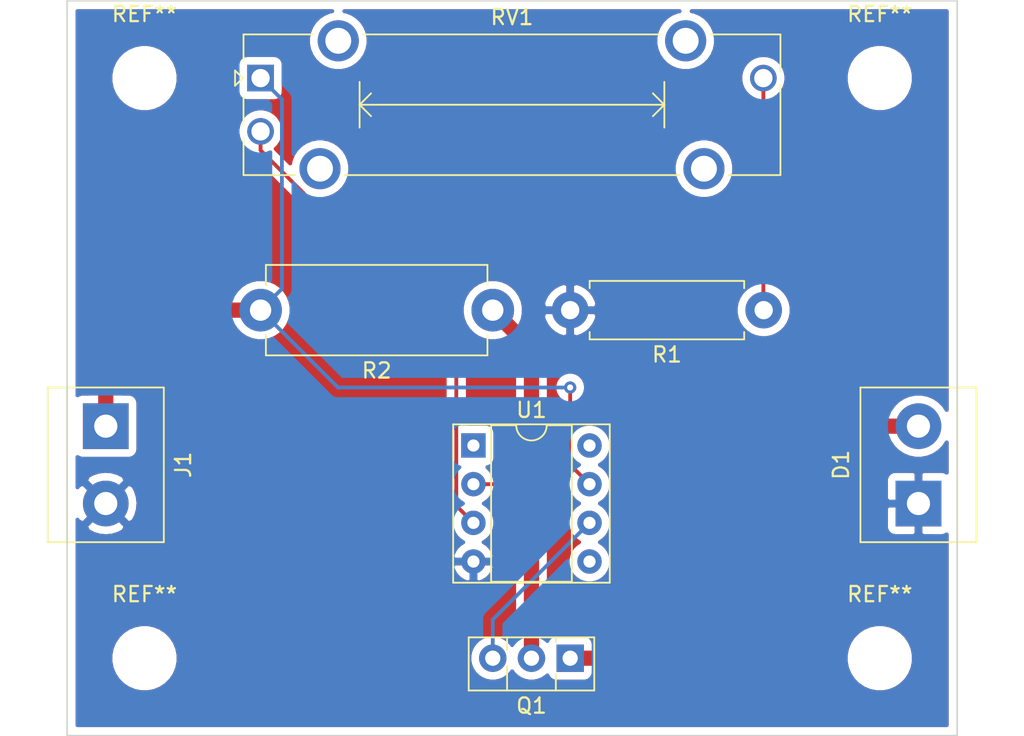
<source format=kicad_pcb>
(kicad_pcb (version 20171130) (host pcbnew "(5.1.8)-1")

  (general
    (thickness 1.6)
    (drawings 4)
    (tracks 27)
    (zones 0)
    (modules 11)
    (nets 11)
  )

  (page A4)
  (layers
    (0 F.Cu signal)
    (31 B.Cu signal)
    (32 B.Adhes user)
    (33 F.Adhes user)
    (34 B.Paste user)
    (35 F.Paste user)
    (36 B.SilkS user)
    (37 F.SilkS user)
    (38 B.Mask user)
    (39 F.Mask user)
    (40 Dwgs.User user)
    (41 Cmts.User user)
    (42 Eco1.User user)
    (43 Eco2.User user)
    (44 Edge.Cuts user)
    (45 Margin user)
    (46 B.CrtYd user)
    (47 F.CrtYd user)
    (48 B.Fab user)
    (49 F.Fab user)
  )

  (setup
    (last_trace_width 0.25)
    (user_trace_width 0.5)
    (user_trace_width 1)
    (trace_clearance 0.2)
    (zone_clearance 0.508)
    (zone_45_only no)
    (trace_min 0.2)
    (via_size 0.8)
    (via_drill 0.4)
    (via_min_size 0.4)
    (via_min_drill 0.3)
    (uvia_size 0.3)
    (uvia_drill 0.1)
    (uvias_allowed no)
    (uvia_min_size 0.2)
    (uvia_min_drill 0.1)
    (edge_width 0.05)
    (segment_width 0.2)
    (pcb_text_width 0.3)
    (pcb_text_size 1.5 1.5)
    (mod_edge_width 0.12)
    (mod_text_size 1 1)
    (mod_text_width 0.15)
    (pad_size 1.524 1.524)
    (pad_drill 0.762)
    (pad_to_mask_clearance 0)
    (aux_axis_origin 0 0)
    (visible_elements 7FFFFFFF)
    (pcbplotparams
      (layerselection 0x010fc_ffffffff)
      (usegerberextensions false)
      (usegerberattributes true)
      (usegerberadvancedattributes true)
      (creategerberjobfile true)
      (excludeedgelayer true)
      (linewidth 0.100000)
      (plotframeref false)
      (viasonmask false)
      (mode 1)
      (useauxorigin false)
      (hpglpennumber 1)
      (hpglpenspeed 20)
      (hpglpendiameter 15.000000)
      (psnegative false)
      (psa4output false)
      (plotreference true)
      (plotvalue true)
      (plotinvisibletext false)
      (padsonsilk false)
      (subtractmaskfromsilk false)
      (outputformat 1)
      (mirror false)
      (drillshape 1)
      (scaleselection 1)
      (outputdirectory ""))
  )

  (net 0 "")
  (net 1 "Net-(D1-Pad2)")
  (net 2 GND)
  (net 3 "Net-(Q1-Pad3)")
  (net 4 "Net-(R1-Pad1)")
  (net 5 +5V)
  (net 6 "Net-(RV1-Pad2)")
  (net 7 "Net-(U1-Pad8)")
  (net 8 "Net-(U1-Pad5)")
  (net 9 "Net-(U1-Pad1)")
  (net 10 "Net-(Q1-Pad2)")

  (net_class Default "This is the default net class."
    (clearance 0.2)
    (trace_width 0.25)
    (via_dia 0.8)
    (via_drill 0.4)
    (uvia_dia 0.3)
    (uvia_drill 0.1)
    (add_net +5V)
    (add_net GND)
    (add_net "Net-(D1-Pad2)")
    (add_net "Net-(Q1-Pad2)")
    (add_net "Net-(Q1-Pad3)")
    (add_net "Net-(R1-Pad1)")
    (add_net "Net-(RV1-Pad2)")
    (add_net "Net-(U1-Pad1)")
    (add_net "Net-(U1-Pad5)")
    (add_net "Net-(U1-Pad8)")
  )

  (module MountingHole:MountingHole_3.2mm_M3 (layer F.Cu) (tedit 56D1B4CB) (tstamp 5FC04162)
    (at 162.56 71.12)
    (descr "Mounting Hole 3.2mm, no annular, M3")
    (tags "mounting hole 3.2mm no annular m3")
    (attr virtual)
    (fp_text reference REF** (at 0 -4.2) (layer F.SilkS)
      (effects (font (size 1 1) (thickness 0.15)))
    )
    (fp_text value MountingHole_3.2mm_M3 (at 0 4.2) (layer F.Fab)
      (effects (font (size 1 1) (thickness 0.15)))
    )
    (fp_circle (center 0 0) (end 3.45 0) (layer F.CrtYd) (width 0.05))
    (fp_circle (center 0 0) (end 3.2 0) (layer Cmts.User) (width 0.15))
    (fp_text user %R (at 0.3 0) (layer F.Fab)
      (effects (font (size 1 1) (thickness 0.15)))
    )
    (pad 1 np_thru_hole circle (at 0 0) (size 3.2 3.2) (drill 3.2) (layers *.Cu *.Mask))
  )

  (module MountingHole:MountingHole_3.2mm_M3 (layer F.Cu) (tedit 56D1B4CB) (tstamp 5FC04162)
    (at 162.56 109.22)
    (descr "Mounting Hole 3.2mm, no annular, M3")
    (tags "mounting hole 3.2mm no annular m3")
    (attr virtual)
    (fp_text reference REF** (at 0 -4.2) (layer F.SilkS)
      (effects (font (size 1 1) (thickness 0.15)))
    )
    (fp_text value MountingHole_3.2mm_M3 (at 0 4.2) (layer F.Fab)
      (effects (font (size 1 1) (thickness 0.15)))
    )
    (fp_circle (center 0 0) (end 3.45 0) (layer F.CrtYd) (width 0.05))
    (fp_circle (center 0 0) (end 3.2 0) (layer Cmts.User) (width 0.15))
    (fp_text user %R (at 0.3 0) (layer F.Fab)
      (effects (font (size 1 1) (thickness 0.15)))
    )
    (pad 1 np_thru_hole circle (at 0 0) (size 3.2 3.2) (drill 3.2) (layers *.Cu *.Mask))
  )

  (module MountingHole:MountingHole_3.2mm_M3 (layer F.Cu) (tedit 56D1B4CB) (tstamp 5FC04162)
    (at 114.3 109.22)
    (descr "Mounting Hole 3.2mm, no annular, M3")
    (tags "mounting hole 3.2mm no annular m3")
    (attr virtual)
    (fp_text reference REF** (at 0 -4.2) (layer F.SilkS)
      (effects (font (size 1 1) (thickness 0.15)))
    )
    (fp_text value MountingHole_3.2mm_M3 (at 0 4.2) (layer F.Fab)
      (effects (font (size 1 1) (thickness 0.15)))
    )
    (fp_circle (center 0 0) (end 3.45 0) (layer F.CrtYd) (width 0.05))
    (fp_circle (center 0 0) (end 3.2 0) (layer Cmts.User) (width 0.15))
    (fp_text user %R (at 0.3 0) (layer F.Fab)
      (effects (font (size 1 1) (thickness 0.15)))
    )
    (pad 1 np_thru_hole circle (at 0 0) (size 3.2 3.2) (drill 3.2) (layers *.Cu *.Mask))
  )

  (module MountingHole:MountingHole_3.2mm_M3 (layer F.Cu) (tedit 56D1B4CB) (tstamp 5FC0413C)
    (at 114.3 71.12)
    (descr "Mounting Hole 3.2mm, no annular, M3")
    (tags "mounting hole 3.2mm no annular m3")
    (attr virtual)
    (fp_text reference REF** (at 0 -4.2) (layer F.SilkS)
      (effects (font (size 1 1) (thickness 0.15)))
    )
    (fp_text value MountingHole_3.2mm_M3 (at 0 4.2) (layer F.Fab)
      (effects (font (size 1 1) (thickness 0.15)))
    )
    (fp_circle (center 0 0) (end 3.45 0) (layer F.CrtYd) (width 0.05))
    (fp_circle (center 0 0) (end 3.2 0) (layer Cmts.User) (width 0.15))
    (fp_text user %R (at 0.3 0) (layer F.Fab)
      (effects (font (size 1 1) (thickness 0.15)))
    )
    (pad 1 np_thru_hole circle (at 0 0) (size 3.2 3.2) (drill 3.2) (layers *.Cu *.Mask))
  )

  (module Package_DIP:DIP-8_W7.62mm_Socket (layer F.Cu) (tedit 5A02E8C5) (tstamp 5FC03BCF)
    (at 135.89 95.25)
    (descr "8-lead though-hole mounted DIP package, row spacing 7.62 mm (300 mils), Socket")
    (tags "THT DIP DIL PDIP 2.54mm 7.62mm 300mil Socket")
    (path /5FBFA6D2)
    (fp_text reference U1 (at 3.81 -2.33) (layer F.SilkS)
      (effects (font (size 1 1) (thickness 0.15)))
    )
    (fp_text value LM741 (at 3.81 9.95) (layer F.Fab)
      (effects (font (size 1 1) (thickness 0.15)))
    )
    (fp_line (start 9.15 -1.6) (end -1.55 -1.6) (layer F.CrtYd) (width 0.05))
    (fp_line (start 9.15 9.2) (end 9.15 -1.6) (layer F.CrtYd) (width 0.05))
    (fp_line (start -1.55 9.2) (end 9.15 9.2) (layer F.CrtYd) (width 0.05))
    (fp_line (start -1.55 -1.6) (end -1.55 9.2) (layer F.CrtYd) (width 0.05))
    (fp_line (start 8.95 -1.39) (end -1.33 -1.39) (layer F.SilkS) (width 0.12))
    (fp_line (start 8.95 9.01) (end 8.95 -1.39) (layer F.SilkS) (width 0.12))
    (fp_line (start -1.33 9.01) (end 8.95 9.01) (layer F.SilkS) (width 0.12))
    (fp_line (start -1.33 -1.39) (end -1.33 9.01) (layer F.SilkS) (width 0.12))
    (fp_line (start 6.46 -1.33) (end 4.81 -1.33) (layer F.SilkS) (width 0.12))
    (fp_line (start 6.46 8.95) (end 6.46 -1.33) (layer F.SilkS) (width 0.12))
    (fp_line (start 1.16 8.95) (end 6.46 8.95) (layer F.SilkS) (width 0.12))
    (fp_line (start 1.16 -1.33) (end 1.16 8.95) (layer F.SilkS) (width 0.12))
    (fp_line (start 2.81 -1.33) (end 1.16 -1.33) (layer F.SilkS) (width 0.12))
    (fp_line (start 8.89 -1.33) (end -1.27 -1.33) (layer F.Fab) (width 0.1))
    (fp_line (start 8.89 8.95) (end 8.89 -1.33) (layer F.Fab) (width 0.1))
    (fp_line (start -1.27 8.95) (end 8.89 8.95) (layer F.Fab) (width 0.1))
    (fp_line (start -1.27 -1.33) (end -1.27 8.95) (layer F.Fab) (width 0.1))
    (fp_line (start 0.635 -0.27) (end 1.635 -1.27) (layer F.Fab) (width 0.1))
    (fp_line (start 0.635 8.89) (end 0.635 -0.27) (layer F.Fab) (width 0.1))
    (fp_line (start 6.985 8.89) (end 0.635 8.89) (layer F.Fab) (width 0.1))
    (fp_line (start 6.985 -1.27) (end 6.985 8.89) (layer F.Fab) (width 0.1))
    (fp_line (start 1.635 -1.27) (end 6.985 -1.27) (layer F.Fab) (width 0.1))
    (fp_text user %R (at 3.81 3.81) (layer F.Fab)
      (effects (font (size 1 1) (thickness 0.15)))
    )
    (fp_arc (start 3.81 -1.33) (end 2.81 -1.33) (angle -180) (layer F.SilkS) (width 0.12))
    (pad 8 thru_hole oval (at 7.62 0) (size 1.6 1.6) (drill 0.8) (layers *.Cu *.Mask)
      (net 7 "Net-(U1-Pad8)"))
    (pad 4 thru_hole oval (at 0 7.62) (size 1.6 1.6) (drill 0.8) (layers *.Cu *.Mask)
      (net 2 GND))
    (pad 7 thru_hole oval (at 7.62 2.54) (size 1.6 1.6) (drill 0.8) (layers *.Cu *.Mask)
      (net 5 +5V))
    (pad 3 thru_hole oval (at 0 5.08) (size 1.6 1.6) (drill 0.8) (layers *.Cu *.Mask)
      (net 6 "Net-(RV1-Pad2)"))
    (pad 6 thru_hole oval (at 7.62 5.08) (size 1.6 1.6) (drill 0.8) (layers *.Cu *.Mask)
      (net 3 "Net-(Q1-Pad3)"))
    (pad 2 thru_hole oval (at 0 2.54) (size 1.6 1.6) (drill 0.8) (layers *.Cu *.Mask)
      (net 10 "Net-(Q1-Pad2)"))
    (pad 5 thru_hole oval (at 7.62 7.62) (size 1.6 1.6) (drill 0.8) (layers *.Cu *.Mask)
      (net 8 "Net-(U1-Pad5)"))
    (pad 1 thru_hole rect (at 0 0) (size 1.6 1.6) (drill 0.8) (layers *.Cu *.Mask)
      (net 9 "Net-(U1-Pad1)"))
    (model ${KISYS3DMOD}/Package_DIP.3dshapes/DIP-8_W7.62mm_Socket.wrl
      (at (xyz 0 0 0))
      (scale (xyz 1 1 1))
      (rotate (xyz 0 0 0))
    )
  )

  (module Potentiometer_THT:Potentiometer_Bourns_PTA2043_Single_Slide (layer F.Cu) (tedit 5B92F08E) (tstamp 5FC03BAB)
    (at 121.92 71.12)
    (descr "Bourns single-gang slide potentiometer, 20.0mm travel, https://www.bourns.com/docs/Product-Datasheets/pta.pdf")
    (tags "Bourns single-gang slide potentiometer 20.0mm")
    (path /5FC04B47)
    (fp_text reference RV1 (at 16.5 -4) (layer F.SilkS)
      (effects (font (size 1 1) (thickness 0.15)))
    )
    (fp_text value 20k (at 16.5 7.5) (layer F.Fab)
      (effects (font (size 1 1) (thickness 0.15)))
    )
    (fp_line (start 34.5 -3.25) (end -1.5 -3.25) (layer F.CrtYd) (width 0.05))
    (fp_line (start 34.5 6.75) (end 34.5 -3.25) (layer F.CrtYd) (width 0.05))
    (fp_line (start -1.5 6.75) (end 34.5 6.75) (layer F.CrtYd) (width 0.05))
    (fp_line (start -1.5 -3.25) (end -1.5 6.75) (layer F.CrtYd) (width 0.05))
    (fp_line (start 26.5 1.75) (end 25.75 2.5) (layer F.SilkS) (width 0.12))
    (fp_line (start 25.75 1) (end 26.5 1.75) (layer F.SilkS) (width 0.12))
    (fp_line (start 26.5 0.25) (end 26.5 3.25) (layer F.SilkS) (width 0.12))
    (fp_line (start 6.5 1.75) (end 7.25 2.5) (layer F.SilkS) (width 0.12))
    (fp_line (start 7.25 1) (end 6.5 1.75) (layer F.SilkS) (width 0.12))
    (fp_line (start 6.5 0.25) (end 6.5 3.25) (layer F.SilkS) (width 0.12))
    (fp_line (start 6.5 1.75) (end 26.5 1.75) (layer F.SilkS) (width 0.12))
    (fp_line (start -1.675 0.5) (end -1.175 0) (layer F.SilkS) (width 0.12))
    (fp_line (start -1.675 -0.5) (end -1.675 0.5) (layer F.SilkS) (width 0.12))
    (fp_line (start -1.175 0) (end -1.675 -0.5) (layer F.SilkS) (width 0.12))
    (fp_line (start 34.12 0.456) (end 34.12 6.37) (layer F.SilkS) (width 0.12))
    (fp_line (start 34.12 -2.87) (end 34.12 -0.456) (layer F.SilkS) (width 0.12))
    (fp_line (start -1.12 3.956) (end -1.12 6.37) (layer F.SilkS) (width 0.12))
    (fp_line (start -1.12 1.175) (end -1.12 3.045) (layer F.SilkS) (width 0.12))
    (fp_line (start -1.12 -2.87) (end -1.12 -1.175) (layer F.SilkS) (width 0.12))
    (fp_line (start 30.736 6.37) (end 34.12 6.37) (layer F.SilkS) (width 0.12))
    (fp_line (start 5.536 6.37) (end 27.465 6.37) (layer F.SilkS) (width 0.12))
    (fp_line (start -1.12 6.37) (end 2.265 6.37) (layer F.SilkS) (width 0.12))
    (fp_line (start 29.536 -2.87) (end 34.12 -2.87) (layer F.SilkS) (width 0.12))
    (fp_line (start 6.736 -2.87) (end 26.265 -2.87) (layer F.SilkS) (width 0.12))
    (fp_line (start -1.12 -2.87) (end 3.465 -2.87) (layer F.SilkS) (width 0.12))
    (fp_line (start -1 -1.75) (end 0 -2.75) (layer F.Fab) (width 0.1))
    (fp_line (start -1 6.25) (end -1 -1.75) (layer F.Fab) (width 0.1))
    (fp_line (start 34 6.25) (end -1 6.25) (layer F.Fab) (width 0.1))
    (fp_line (start 34 -2.75) (end 34 6.25) (layer F.Fab) (width 0.1))
    (fp_line (start 0 -2.75) (end 34 -2.75) (layer F.Fab) (width 0.1))
    (fp_circle (center 32 1.75) (end 33 1.75) (layer F.Fab) (width 0.1))
    (fp_circle (center 1 1.75) (end 2 1.75) (layer F.Fab) (width 0.1))
    (fp_text user %R (at 16.5 1.75) (layer F.Fab)
      (effects (font (size 1 1) (thickness 0.15)))
    )
    (pad MP thru_hole circle (at 29.1 5.95) (size 2.7 2.7) (drill 1.7) (layers *.Cu *.Mask))
    (pad MP thru_hole circle (at 3.9 5.95) (size 2.7 2.7) (drill 1.7) (layers *.Cu *.Mask))
    (pad MP thru_hole circle (at 27.9 -2.45) (size 2.7 2.7) (drill 1.7) (layers *.Cu *.Mask))
    (pad MP thru_hole circle (at 5.1 -2.45) (size 2.7 2.7) (drill 1.7) (layers *.Cu *.Mask))
    (pad 3 thru_hole circle (at 33 0) (size 1.75 1.75) (drill 1.2) (layers *.Cu *.Mask)
      (net 4 "Net-(R1-Pad1)"))
    (pad 2 thru_hole circle (at 0 3.5) (size 1.75 1.75) (drill 1.2) (layers *.Cu *.Mask)
      (net 6 "Net-(RV1-Pad2)"))
    (pad 1 thru_hole rect (at 0 0) (size 1.75 1.75) (drill 1.2) (layers *.Cu *.Mask)
      (net 5 +5V))
    (model ${KISYS3DMOD}/Potentiometer_THT.3dshapes/Potentiometer_Bourns_PTA2043_Single_Slide.wrl
      (at (xyz 0 0 0))
      (scale (xyz 1 1 1))
      (rotate (xyz 0 0 0))
    )
  )

  (module Resistor_THT:R_Axial_DIN0614_L14.3mm_D5.7mm_P15.24mm_Horizontal (layer F.Cu) (tedit 5AE5139B) (tstamp 5FC03B7F)
    (at 137.16 86.36 180)
    (descr "Resistor, Axial_DIN0614 series, Axial, Horizontal, pin pitch=15.24mm, 1.5W, length*diameter=14.3*5.7mm^2")
    (tags "Resistor Axial_DIN0614 series Axial Horizontal pin pitch 15.24mm 1.5W length 14.3mm diameter 5.7mm")
    (path /5FBFCB59)
    (fp_text reference R2 (at 7.62 -3.97) (layer F.SilkS)
      (effects (font (size 1 1) (thickness 0.15)))
    )
    (fp_text value 10 (at 7.62 3.97) (layer F.Fab)
      (effects (font (size 1 1) (thickness 0.15)))
    )
    (fp_line (start 16.89 -3.1) (end -1.65 -3.1) (layer F.CrtYd) (width 0.05))
    (fp_line (start 16.89 3.1) (end 16.89 -3.1) (layer F.CrtYd) (width 0.05))
    (fp_line (start -1.65 3.1) (end 16.89 3.1) (layer F.CrtYd) (width 0.05))
    (fp_line (start -1.65 -3.1) (end -1.65 3.1) (layer F.CrtYd) (width 0.05))
    (fp_line (start 14.89 2.97) (end 14.89 1.64) (layer F.SilkS) (width 0.12))
    (fp_line (start 0.35 2.97) (end 14.89 2.97) (layer F.SilkS) (width 0.12))
    (fp_line (start 0.35 1.64) (end 0.35 2.97) (layer F.SilkS) (width 0.12))
    (fp_line (start 14.89 -2.97) (end 14.89 -1.64) (layer F.SilkS) (width 0.12))
    (fp_line (start 0.35 -2.97) (end 14.89 -2.97) (layer F.SilkS) (width 0.12))
    (fp_line (start 0.35 -1.64) (end 0.35 -2.97) (layer F.SilkS) (width 0.12))
    (fp_line (start 15.24 0) (end 14.77 0) (layer F.Fab) (width 0.1))
    (fp_line (start 0 0) (end 0.47 0) (layer F.Fab) (width 0.1))
    (fp_line (start 14.77 -2.85) (end 0.47 -2.85) (layer F.Fab) (width 0.1))
    (fp_line (start 14.77 2.85) (end 14.77 -2.85) (layer F.Fab) (width 0.1))
    (fp_line (start 0.47 2.85) (end 14.77 2.85) (layer F.Fab) (width 0.1))
    (fp_line (start 0.47 -2.85) (end 0.47 2.85) (layer F.Fab) (width 0.1))
    (fp_text user %R (at 7.62 0) (layer F.Fab)
      (effects (font (size 1 1) (thickness 0.15)))
    )
    (pad 2 thru_hole oval (at 15.24 0 180) (size 2.8 2.8) (drill 1.4) (layers *.Cu *.Mask)
      (net 5 +5V))
    (pad 1 thru_hole circle (at 0 0 180) (size 2.8 2.8) (drill 1.4) (layers *.Cu *.Mask)
      (net 10 "Net-(Q1-Pad2)"))
    (model ${KISYS3DMOD}/Resistor_THT.3dshapes/R_Axial_DIN0614_L14.3mm_D5.7mm_P15.24mm_Horizontal.wrl
      (at (xyz 0 0 0))
      (scale (xyz 1 1 1))
      (rotate (xyz 0 0 0))
    )
  )

  (module Resistor_THT:R_Axial_DIN0411_L9.9mm_D3.6mm_P12.70mm_Horizontal (layer F.Cu) (tedit 5AE5139B) (tstamp 5FC03B68)
    (at 154.94 86.36 180)
    (descr "Resistor, Axial_DIN0411 series, Axial, Horizontal, pin pitch=12.7mm, 1W, length*diameter=9.9*3.6mm^2")
    (tags "Resistor Axial_DIN0411 series Axial Horizontal pin pitch 12.7mm 1W length 9.9mm diameter 3.6mm")
    (path /5FC053AC)
    (fp_text reference R1 (at 6.35 -2.92) (layer F.SilkS)
      (effects (font (size 1 1) (thickness 0.15)))
    )
    (fp_text value 1k (at 6.35 2.92) (layer F.Fab)
      (effects (font (size 1 1) (thickness 0.15)))
    )
    (fp_line (start 14.15 -2.05) (end -1.45 -2.05) (layer F.CrtYd) (width 0.05))
    (fp_line (start 14.15 2.05) (end 14.15 -2.05) (layer F.CrtYd) (width 0.05))
    (fp_line (start -1.45 2.05) (end 14.15 2.05) (layer F.CrtYd) (width 0.05))
    (fp_line (start -1.45 -2.05) (end -1.45 2.05) (layer F.CrtYd) (width 0.05))
    (fp_line (start 11.42 1.92) (end 11.42 1.44) (layer F.SilkS) (width 0.12))
    (fp_line (start 1.28 1.92) (end 11.42 1.92) (layer F.SilkS) (width 0.12))
    (fp_line (start 1.28 1.44) (end 1.28 1.92) (layer F.SilkS) (width 0.12))
    (fp_line (start 11.42 -1.92) (end 11.42 -1.44) (layer F.SilkS) (width 0.12))
    (fp_line (start 1.28 -1.92) (end 11.42 -1.92) (layer F.SilkS) (width 0.12))
    (fp_line (start 1.28 -1.44) (end 1.28 -1.92) (layer F.SilkS) (width 0.12))
    (fp_line (start 12.7 0) (end 11.3 0) (layer F.Fab) (width 0.1))
    (fp_line (start 0 0) (end 1.4 0) (layer F.Fab) (width 0.1))
    (fp_line (start 11.3 -1.8) (end 1.4 -1.8) (layer F.Fab) (width 0.1))
    (fp_line (start 11.3 1.8) (end 11.3 -1.8) (layer F.Fab) (width 0.1))
    (fp_line (start 1.4 1.8) (end 11.3 1.8) (layer F.Fab) (width 0.1))
    (fp_line (start 1.4 -1.8) (end 1.4 1.8) (layer F.Fab) (width 0.1))
    (fp_text user %R (at 6.35 0) (layer F.Fab)
      (effects (font (size 1 1) (thickness 0.15)))
    )
    (pad 2 thru_hole oval (at 12.7 0 180) (size 2.4 2.4) (drill 1.2) (layers *.Cu *.Mask)
      (net 2 GND))
    (pad 1 thru_hole circle (at 0 0 180) (size 2.4 2.4) (drill 1.2) (layers *.Cu *.Mask)
      (net 4 "Net-(R1-Pad1)"))
    (model ${KISYS3DMOD}/Resistor_THT.3dshapes/R_Axial_DIN0411_L9.9mm_D3.6mm_P12.70mm_Horizontal.wrl
      (at (xyz 0 0 0))
      (scale (xyz 1 1 1))
      (rotate (xyz 0 0 0))
    )
  )

  (module Package_TO_SOT_THT:TO-126-3_Vertical (layer F.Cu) (tedit 5AC8BA0D) (tstamp 5FC03B51)
    (at 142.24 109.22 180)
    (descr "TO-126-3, Vertical, RM 2.54mm, see https://www.diodes.com/assets/Package-Files/TO126.pdf")
    (tags "TO-126-3 Vertical RM 2.54mm")
    (path /5FBFEC61)
    (fp_text reference Q1 (at 2.54 -3.12) (layer F.SilkS)
      (effects (font (size 1 1) (thickness 0.15)))
    )
    (fp_text value BD140 (at 2.54 2.5) (layer F.Fab)
      (effects (font (size 1 1) (thickness 0.15)))
    )
    (fp_line (start 6.79 -2.25) (end -1.71 -2.25) (layer F.CrtYd) (width 0.05))
    (fp_line (start 6.79 1.5) (end 6.79 -2.25) (layer F.CrtYd) (width 0.05))
    (fp_line (start -1.71 1.5) (end 6.79 1.5) (layer F.CrtYd) (width 0.05))
    (fp_line (start -1.71 -2.25) (end -1.71 1.5) (layer F.CrtYd) (width 0.05))
    (fp_line (start 4.141 0.54) (end 4.141 1.37) (layer F.SilkS) (width 0.12))
    (fp_line (start 4.141 -2.12) (end 4.141 -0.54) (layer F.SilkS) (width 0.12))
    (fp_line (start 0.94 1.05) (end 0.94 1.37) (layer F.SilkS) (width 0.12))
    (fp_line (start 0.94 -2.12) (end 0.94 -1.05) (layer F.SilkS) (width 0.12))
    (fp_line (start 6.66 -2.12) (end 6.66 1.37) (layer F.SilkS) (width 0.12))
    (fp_line (start -1.58 -2.12) (end -1.58 1.37) (layer F.SilkS) (width 0.12))
    (fp_line (start -1.58 1.37) (end 6.66 1.37) (layer F.SilkS) (width 0.12))
    (fp_line (start -1.58 -2.12) (end 6.66 -2.12) (layer F.SilkS) (width 0.12))
    (fp_line (start 4.14 -2) (end 4.14 1.25) (layer F.Fab) (width 0.1))
    (fp_line (start 0.94 -2) (end 0.94 1.25) (layer F.Fab) (width 0.1))
    (fp_line (start 6.54 -2) (end -1.46 -2) (layer F.Fab) (width 0.1))
    (fp_line (start 6.54 1.25) (end 6.54 -2) (layer F.Fab) (width 0.1))
    (fp_line (start -1.46 1.25) (end 6.54 1.25) (layer F.Fab) (width 0.1))
    (fp_line (start -1.46 -2) (end -1.46 1.25) (layer F.Fab) (width 0.1))
    (fp_text user %R (at 2.54 -3.12) (layer F.Fab)
      (effects (font (size 1 1) (thickness 0.15)))
    )
    (pad 3 thru_hole oval (at 5.08 0 180) (size 1.8 1.8) (drill 1) (layers *.Cu *.Mask)
      (net 3 "Net-(Q1-Pad3)"))
    (pad 2 thru_hole oval (at 2.54 0 180) (size 1.8 1.8) (drill 1) (layers *.Cu *.Mask)
      (net 10 "Net-(Q1-Pad2)"))
    (pad 1 thru_hole rect (at 0 0 180) (size 1.8 1.8) (drill 1) (layers *.Cu *.Mask)
      (net 1 "Net-(D1-Pad2)"))
    (model ${KISYS3DMOD}/Package_TO_SOT_THT.3dshapes/TO-126-3_Vertical.wrl
      (at (xyz 0 0 0))
      (scale (xyz 1 1 1))
      (rotate (xyz 0 0 0))
    )
  )

  (module TerminalBlock:TerminalBlock_bornier-2_P5.08mm (layer F.Cu) (tedit 59FF03AB) (tstamp 5FC03B37)
    (at 111.76 93.98 270)
    (descr "simple 2-pin terminal block, pitch 5.08mm, revamped version of bornier2")
    (tags "terminal block bornier2")
    (path /5FC001EF)
    (fp_text reference J1 (at 2.54 -5.08 90) (layer F.SilkS)
      (effects (font (size 1 1) (thickness 0.15)))
    )
    (fp_text value Conn_01x02_Male (at 2.54 5.08 90) (layer F.Fab)
      (effects (font (size 1 1) (thickness 0.15)))
    )
    (fp_line (start 7.79 4) (end -2.71 4) (layer F.CrtYd) (width 0.05))
    (fp_line (start 7.79 4) (end 7.79 -4) (layer F.CrtYd) (width 0.05))
    (fp_line (start -2.71 -4) (end -2.71 4) (layer F.CrtYd) (width 0.05))
    (fp_line (start -2.71 -4) (end 7.79 -4) (layer F.CrtYd) (width 0.05))
    (fp_line (start -2.54 3.81) (end 7.62 3.81) (layer F.SilkS) (width 0.12))
    (fp_line (start -2.54 -3.81) (end -2.54 3.81) (layer F.SilkS) (width 0.12))
    (fp_line (start 7.62 -3.81) (end -2.54 -3.81) (layer F.SilkS) (width 0.12))
    (fp_line (start 7.62 3.81) (end 7.62 -3.81) (layer F.SilkS) (width 0.12))
    (fp_line (start 7.62 2.54) (end -2.54 2.54) (layer F.SilkS) (width 0.12))
    (fp_line (start 7.54 -3.75) (end -2.46 -3.75) (layer F.Fab) (width 0.1))
    (fp_line (start 7.54 3.75) (end 7.54 -3.75) (layer F.Fab) (width 0.1))
    (fp_line (start -2.46 3.75) (end 7.54 3.75) (layer F.Fab) (width 0.1))
    (fp_line (start -2.46 -3.75) (end -2.46 3.75) (layer F.Fab) (width 0.1))
    (fp_line (start -2.41 2.55) (end 7.49 2.55) (layer F.Fab) (width 0.1))
    (fp_text user %R (at 2.54 0 90) (layer F.Fab)
      (effects (font (size 1 1) (thickness 0.15)))
    )
    (pad 2 thru_hole circle (at 5.08 0 270) (size 3 3) (drill 1.52) (layers *.Cu *.Mask)
      (net 2 GND))
    (pad 1 thru_hole rect (at 0 0 270) (size 3 3) (drill 1.52) (layers *.Cu *.Mask)
      (net 5 +5V))
    (model ${KISYS3DMOD}/TerminalBlock.3dshapes/TerminalBlock_bornier-2_P5.08mm.wrl
      (offset (xyz 2.539999961853027 0 0))
      (scale (xyz 1 1 1))
      (rotate (xyz 0 0 0))
    )
  )

  (module TerminalBlock:TerminalBlock_bornier-2_P5.08mm (layer F.Cu) (tedit 59FF03AB) (tstamp 5FC03B22)
    (at 165.1 99.06 90)
    (descr "simple 2-pin terminal block, pitch 5.08mm, revamped version of bornier2")
    (tags "terminal block bornier2")
    (path /5FC03B1B)
    (fp_text reference D1 (at 2.54 -5.08 90) (layer F.SilkS)
      (effects (font (size 1 1) (thickness 0.15)))
    )
    (fp_text value LED (at 2.54 5.08 90) (layer F.Fab)
      (effects (font (size 1 1) (thickness 0.15)))
    )
    (fp_line (start 7.79 4) (end -2.71 4) (layer F.CrtYd) (width 0.05))
    (fp_line (start 7.79 4) (end 7.79 -4) (layer F.CrtYd) (width 0.05))
    (fp_line (start -2.71 -4) (end -2.71 4) (layer F.CrtYd) (width 0.05))
    (fp_line (start -2.71 -4) (end 7.79 -4) (layer F.CrtYd) (width 0.05))
    (fp_line (start -2.54 3.81) (end 7.62 3.81) (layer F.SilkS) (width 0.12))
    (fp_line (start -2.54 -3.81) (end -2.54 3.81) (layer F.SilkS) (width 0.12))
    (fp_line (start 7.62 -3.81) (end -2.54 -3.81) (layer F.SilkS) (width 0.12))
    (fp_line (start 7.62 3.81) (end 7.62 -3.81) (layer F.SilkS) (width 0.12))
    (fp_line (start 7.62 2.54) (end -2.54 2.54) (layer F.SilkS) (width 0.12))
    (fp_line (start 7.54 -3.75) (end -2.46 -3.75) (layer F.Fab) (width 0.1))
    (fp_line (start 7.54 3.75) (end 7.54 -3.75) (layer F.Fab) (width 0.1))
    (fp_line (start -2.46 3.75) (end 7.54 3.75) (layer F.Fab) (width 0.1))
    (fp_line (start -2.46 -3.75) (end -2.46 3.75) (layer F.Fab) (width 0.1))
    (fp_line (start -2.41 2.55) (end 7.49 2.55) (layer F.Fab) (width 0.1))
    (fp_text user %R (at 2.54 0 90) (layer F.Fab)
      (effects (font (size 1 1) (thickness 0.15)))
    )
    (pad 2 thru_hole circle (at 5.08 0 90) (size 3 3) (drill 1.52) (layers *.Cu *.Mask)
      (net 1 "Net-(D1-Pad2)"))
    (pad 1 thru_hole rect (at 0 0 90) (size 3 3) (drill 1.52) (layers *.Cu *.Mask)
      (net 2 GND))
    (model ${KISYS3DMOD}/TerminalBlock.3dshapes/TerminalBlock_bornier-2_P5.08mm.wrl
      (offset (xyz 2.539999961853027 0 0))
      (scale (xyz 1 1 1))
      (rotate (xyz 0 0 0))
    )
  )

  (gr_line (start 167.64 66.04) (end 167.64 114.3) (layer Edge.Cuts) (width 0.1))
  (gr_line (start 109.22 66.04) (end 167.64 66.04) (layer Edge.Cuts) (width 0.1))
  (gr_line (start 109.22 114.3) (end 109.22 66.04) (layer Edge.Cuts) (width 0.1))
  (gr_line (start 167.64 114.3) (end 109.22 114.3) (layer Edge.Cuts) (width 0.1))

  (segment (start 165.1 93.98) (end 162.56 93.98) (width 1) (layer F.Cu) (net 1))
  (segment (start 147.32 109.22) (end 142.24 109.22) (width 1) (layer F.Cu) (net 1))
  (segment (start 162.56 93.98) (end 147.32 109.22) (width 1) (layer F.Cu) (net 1))
  (segment (start 137.16 106.68) (end 137.16 109.22) (width 0.25) (layer B.Cu) (net 3))
  (segment (start 143.51 100.33) (end 137.16 106.68) (width 0.25) (layer B.Cu) (net 3))
  (segment (start 154.92 86.34) (end 154.94 86.36) (width 0.25) (layer F.Cu) (net 4))
  (segment (start 154.92 71.12) (end 154.92 86.34) (width 0.25) (layer F.Cu) (net 4))
  (segment (start 111.76 93.98) (end 111.76 88.9) (width 1) (layer F.Cu) (net 5))
  (segment (start 114.3 86.36) (end 121.92 86.36) (width 1) (layer F.Cu) (net 5))
  (segment (start 111.76 88.9) (end 114.3 86.36) (width 1) (layer F.Cu) (net 5))
  (via (at 142.24 91.44) (size 0.8) (drill 0.4) (layers F.Cu B.Cu) (net 5))
  (segment (start 142.24 96.52) (end 142.24 91.44) (width 0.25) (layer F.Cu) (net 5))
  (segment (start 143.51 97.79) (end 142.24 96.52) (width 0.25) (layer F.Cu) (net 5))
  (segment (start 127 91.44) (end 121.92 86.36) (width 0.25) (layer B.Cu) (net 5))
  (segment (start 142.24 91.44) (end 127 91.44) (width 0.25) (layer B.Cu) (net 5))
  (segment (start 123.319999 72.519999) (end 121.92 71.12) (width 0.25) (layer B.Cu) (net 5))
  (segment (start 123.319999 84.960001) (end 123.319999 72.519999) (width 0.25) (layer B.Cu) (net 5))
  (segment (start 121.92 86.36) (end 123.319999 84.960001) (width 0.25) (layer B.Cu) (net 5))
  (segment (start 121.92 75.857436) (end 121.92 74.62) (width 0.25) (layer F.Cu) (net 6))
  (segment (start 134.764999 88.702435) (end 121.92 75.857436) (width 0.25) (layer F.Cu) (net 6))
  (segment (start 134.764999 99.204999) (end 134.764999 88.702435) (width 0.25) (layer F.Cu) (net 6))
  (segment (start 135.89 100.33) (end 134.764999 99.204999) (width 0.25) (layer F.Cu) (net 6))
  (segment (start 139.7 88.9) (end 137.16 86.36) (width 1) (layer F.Cu) (net 10))
  (segment (start 138.43 97.79) (end 139.7 96.52) (width 0.25) (layer F.Cu) (net 10))
  (segment (start 135.89 97.79) (end 138.43 97.79) (width 0.25) (layer F.Cu) (net 10))
  (segment (start 139.7 96.52) (end 139.7 88.9) (width 1) (layer F.Cu) (net 10))
  (segment (start 139.7 109.22) (end 139.7 96.52) (width 1) (layer F.Cu) (net 10))

  (zone (net 2) (net_name GND) (layer F.Cu) (tstamp 0) (hatch edge 0.508)
    (connect_pads (clearance 0.508))
    (min_thickness 0.254)
    (fill yes (arc_segments 32) (thermal_gap 0.508) (thermal_bridge_width 0.508))
    (polygon
      (pts
        (xy 167.64 114.3) (xy 109.22 114.3) (xy 109.22 66.04) (xy 167.64 66.04)
      )
    )
    (filled_polygon
      (pts
        (xy 126.440997 66.761282) (xy 126.07975 66.910915) (xy 125.754636 67.128149) (xy 125.478149 67.404636) (xy 125.260915 67.72975)
        (xy 125.111282 68.090997) (xy 125.035 68.474495) (xy 125.035 68.865505) (xy 125.111282 69.249003) (xy 125.260915 69.61025)
        (xy 125.478149 69.935364) (xy 125.754636 70.211851) (xy 126.07975 70.429085) (xy 126.440997 70.578718) (xy 126.824495 70.655)
        (xy 127.215505 70.655) (xy 127.599003 70.578718) (xy 127.96025 70.429085) (xy 128.285364 70.211851) (xy 128.561851 69.935364)
        (xy 128.779085 69.61025) (xy 128.928718 69.249003) (xy 129.005 68.865505) (xy 129.005 68.474495) (xy 128.928718 68.090997)
        (xy 128.779085 67.72975) (xy 128.561851 67.404636) (xy 128.285364 67.128149) (xy 127.96025 66.910915) (xy 127.599003 66.761282)
        (xy 127.4166 66.725) (xy 149.4234 66.725) (xy 149.240997 66.761282) (xy 148.87975 66.910915) (xy 148.554636 67.128149)
        (xy 148.278149 67.404636) (xy 148.060915 67.72975) (xy 147.911282 68.090997) (xy 147.835 68.474495) (xy 147.835 68.865505)
        (xy 147.911282 69.249003) (xy 148.060915 69.61025) (xy 148.278149 69.935364) (xy 148.554636 70.211851) (xy 148.87975 70.429085)
        (xy 149.240997 70.578718) (xy 149.624495 70.655) (xy 150.015505 70.655) (xy 150.399003 70.578718) (xy 150.76025 70.429085)
        (xy 151.085364 70.211851) (xy 151.361851 69.935364) (xy 151.579085 69.61025) (xy 151.728718 69.249003) (xy 151.805 68.865505)
        (xy 151.805 68.474495) (xy 151.728718 68.090997) (xy 151.579085 67.72975) (xy 151.361851 67.404636) (xy 151.085364 67.128149)
        (xy 150.76025 66.910915) (xy 150.399003 66.761282) (xy 150.2166 66.725) (xy 166.955 66.725) (xy 166.955001 92.913306)
        (xy 166.758363 92.619017) (xy 166.460983 92.321637) (xy 166.111302 92.087988) (xy 165.722756 91.927047) (xy 165.310279 91.845)
        (xy 164.889721 91.845) (xy 164.477244 91.927047) (xy 164.088698 92.087988) (xy 163.739017 92.321637) (xy 163.441637 92.619017)
        (xy 163.29064 92.845) (xy 162.615752 92.845) (xy 162.56 92.839509) (xy 162.337501 92.861423) (xy 162.123553 92.926324)
        (xy 161.926377 93.031716) (xy 161.796856 93.138011) (xy 161.796854 93.138013) (xy 161.753551 93.173551) (xy 161.718013 93.216854)
        (xy 146.849869 108.085) (xy 143.732287 108.085) (xy 143.729502 108.07582) (xy 143.670537 107.965506) (xy 143.591185 107.868815)
        (xy 143.494494 107.789463) (xy 143.38418 107.730498) (xy 143.264482 107.694188) (xy 143.14 107.681928) (xy 141.34 107.681928)
        (xy 141.215518 107.694188) (xy 141.09582 107.730498) (xy 140.985506 107.789463) (xy 140.888815 107.868815) (xy 140.835 107.934389)
        (xy 140.835 91.338061) (xy 141.205 91.338061) (xy 141.205 91.541939) (xy 141.244774 91.741898) (xy 141.322795 91.930256)
        (xy 141.436063 92.099774) (xy 141.480001 92.143712) (xy 141.48 96.482677) (xy 141.476324 96.52) (xy 141.48 96.557322)
        (xy 141.48 96.557332) (xy 141.490997 96.668985) (xy 141.513297 96.742498) (xy 141.534454 96.812246) (xy 141.605026 96.944276)
        (xy 141.615014 96.956446) (xy 141.699999 97.060001) (xy 141.729003 97.083804) (xy 142.111312 97.466114) (xy 142.075 97.648665)
        (xy 142.075 97.931335) (xy 142.130147 98.208574) (xy 142.23832 98.469727) (xy 142.395363 98.704759) (xy 142.595241 98.904637)
        (xy 142.827759 99.06) (xy 142.595241 99.215363) (xy 142.395363 99.415241) (xy 142.23832 99.650273) (xy 142.130147 99.911426)
        (xy 142.075 100.188665) (xy 142.075 100.471335) (xy 142.130147 100.748574) (xy 142.23832 101.009727) (xy 142.395363 101.244759)
        (xy 142.595241 101.444637) (xy 142.827759 101.6) (xy 142.595241 101.755363) (xy 142.395363 101.955241) (xy 142.23832 102.190273)
        (xy 142.130147 102.451426) (xy 142.075 102.728665) (xy 142.075 103.011335) (xy 142.130147 103.288574) (xy 142.23832 103.549727)
        (xy 142.395363 103.784759) (xy 142.595241 103.984637) (xy 142.830273 104.14168) (xy 143.091426 104.249853) (xy 143.368665 104.305)
        (xy 143.651335 104.305) (xy 143.928574 104.249853) (xy 144.189727 104.14168) (xy 144.424759 103.984637) (xy 144.624637 103.784759)
        (xy 144.78168 103.549727) (xy 144.889853 103.288574) (xy 144.945 103.011335) (xy 144.945 102.728665) (xy 144.889853 102.451426)
        (xy 144.78168 102.190273) (xy 144.624637 101.955241) (xy 144.424759 101.755363) (xy 144.192241 101.6) (xy 144.424759 101.444637)
        (xy 144.624637 101.244759) (xy 144.78168 101.009727) (xy 144.889853 100.748574) (xy 144.945 100.471335) (xy 144.945 100.188665)
        (xy 144.889853 99.911426) (xy 144.78168 99.650273) (xy 144.624637 99.415241) (xy 144.424759 99.215363) (xy 144.192241 99.06)
        (xy 144.424759 98.904637) (xy 144.624637 98.704759) (xy 144.78168 98.469727) (xy 144.889853 98.208574) (xy 144.945 97.931335)
        (xy 144.945 97.648665) (xy 144.889853 97.371426) (xy 144.78168 97.110273) (xy 144.624637 96.875241) (xy 144.424759 96.675363)
        (xy 144.192241 96.52) (xy 144.424759 96.364637) (xy 144.624637 96.164759) (xy 144.78168 95.929727) (xy 144.889853 95.668574)
        (xy 144.945 95.391335) (xy 144.945 95.108665) (xy 144.889853 94.831426) (xy 144.78168 94.570273) (xy 144.624637 94.335241)
        (xy 144.424759 94.135363) (xy 144.189727 93.97832) (xy 143.928574 93.870147) (xy 143.651335 93.815) (xy 143.368665 93.815)
        (xy 143.091426 93.870147) (xy 143 93.908017) (xy 143 92.143711) (xy 143.043937 92.099774) (xy 143.157205 91.930256)
        (xy 143.235226 91.741898) (xy 143.275 91.541939) (xy 143.275 91.338061) (xy 143.235226 91.138102) (xy 143.157205 90.949744)
        (xy 143.043937 90.780226) (xy 142.899774 90.636063) (xy 142.730256 90.522795) (xy 142.541898 90.444774) (xy 142.341939 90.405)
        (xy 142.138061 90.405) (xy 141.938102 90.444774) (xy 141.749744 90.522795) (xy 141.580226 90.636063) (xy 141.436063 90.780226)
        (xy 141.322795 90.949744) (xy 141.244774 91.138102) (xy 141.205 91.338061) (xy 140.835 91.338061) (xy 140.835 88.955741)
        (xy 140.84049 88.899999) (xy 140.835 88.844257) (xy 140.835 88.844248) (xy 140.818577 88.677501) (xy 140.753676 88.463553)
        (xy 140.648284 88.266377) (xy 140.506449 88.093551) (xy 140.463141 88.058009) (xy 139.176937 86.771805) (xy 140.451805 86.771805)
        (xy 140.524379 87.011066) (xy 140.684361 87.333257) (xy 140.904125 87.618046) (xy 141.175226 87.854489) (xy 141.487246 88.0335)
        (xy 141.828194 88.148199) (xy 142.113 88.031854) (xy 142.113 86.487) (xy 142.367 86.487) (xy 142.367 88.031854)
        (xy 142.651806 88.148199) (xy 142.992754 88.0335) (xy 143.304774 87.854489) (xy 143.575875 87.618046) (xy 143.795639 87.333257)
        (xy 143.955621 87.011066) (xy 144.028195 86.771805) (xy 143.911432 86.487) (xy 142.367 86.487) (xy 142.113 86.487)
        (xy 140.568568 86.487) (xy 140.451805 86.771805) (xy 139.176937 86.771805) (xy 139.156934 86.751802) (xy 139.195 86.56043)
        (xy 139.195 86.15957) (xy 139.152955 85.948195) (xy 140.451805 85.948195) (xy 140.568568 86.233) (xy 142.113 86.233)
        (xy 142.113 84.688146) (xy 142.367 84.688146) (xy 142.367 86.233) (xy 143.911432 86.233) (xy 143.93346 86.179268)
        (xy 153.105 86.179268) (xy 153.105 86.540732) (xy 153.175518 86.89525) (xy 153.313844 87.229199) (xy 153.514662 87.529744)
        (xy 153.770256 87.785338) (xy 154.070801 87.986156) (xy 154.40475 88.124482) (xy 154.759268 88.195) (xy 155.120732 88.195)
        (xy 155.47525 88.124482) (xy 155.809199 87.986156) (xy 156.109744 87.785338) (xy 156.365338 87.529744) (xy 156.566156 87.229199)
        (xy 156.704482 86.89525) (xy 156.775 86.540732) (xy 156.775 86.179268) (xy 156.704482 85.82475) (xy 156.566156 85.490801)
        (xy 156.365338 85.190256) (xy 156.109744 84.934662) (xy 155.809199 84.733844) (xy 155.68 84.680328) (xy 155.68 72.428245)
        (xy 155.882569 72.292893) (xy 156.092893 72.082569) (xy 156.258144 71.835253) (xy 156.371971 71.560451) (xy 156.43 71.268722)
        (xy 156.43 70.971278) (xy 156.415797 70.899872) (xy 160.325 70.899872) (xy 160.325 71.340128) (xy 160.41089 71.771925)
        (xy 160.579369 72.178669) (xy 160.823962 72.544729) (xy 161.135271 72.856038) (xy 161.501331 73.100631) (xy 161.908075 73.26911)
        (xy 162.339872 73.355) (xy 162.780128 73.355) (xy 163.211925 73.26911) (xy 163.618669 73.100631) (xy 163.984729 72.856038)
        (xy 164.296038 72.544729) (xy 164.540631 72.178669) (xy 164.70911 71.771925) (xy 164.795 71.340128) (xy 164.795 70.899872)
        (xy 164.70911 70.468075) (xy 164.540631 70.061331) (xy 164.296038 69.695271) (xy 163.984729 69.383962) (xy 163.618669 69.139369)
        (xy 163.211925 68.97089) (xy 162.780128 68.885) (xy 162.339872 68.885) (xy 161.908075 68.97089) (xy 161.501331 69.139369)
        (xy 161.135271 69.383962) (xy 160.823962 69.695271) (xy 160.579369 70.061331) (xy 160.41089 70.468075) (xy 160.325 70.899872)
        (xy 156.415797 70.899872) (xy 156.371971 70.679549) (xy 156.258144 70.404747) (xy 156.092893 70.157431) (xy 155.882569 69.947107)
        (xy 155.635253 69.781856) (xy 155.360451 69.668029) (xy 155.068722 69.61) (xy 154.771278 69.61) (xy 154.479549 69.668029)
        (xy 154.204747 69.781856) (xy 153.957431 69.947107) (xy 153.747107 70.157431) (xy 153.581856 70.404747) (xy 153.468029 70.679549)
        (xy 153.41 70.971278) (xy 153.41 71.268722) (xy 153.468029 71.560451) (xy 153.581856 71.835253) (xy 153.747107 72.082569)
        (xy 153.957431 72.292893) (xy 154.16 72.428245) (xy 154.160001 84.696896) (xy 154.070801 84.733844) (xy 153.770256 84.934662)
        (xy 153.514662 85.190256) (xy 153.313844 85.490801) (xy 153.175518 85.82475) (xy 153.105 86.179268) (xy 143.93346 86.179268)
        (xy 144.028195 85.948195) (xy 143.955621 85.708934) (xy 143.795639 85.386743) (xy 143.575875 85.101954) (xy 143.304774 84.865511)
        (xy 142.992754 84.6865) (xy 142.651806 84.571801) (xy 142.367 84.688146) (xy 142.113 84.688146) (xy 141.828194 84.571801)
        (xy 141.487246 84.6865) (xy 141.175226 84.865511) (xy 140.904125 85.101954) (xy 140.684361 85.386743) (xy 140.524379 85.708934)
        (xy 140.451805 85.948195) (xy 139.152955 85.948195) (xy 139.116796 85.766413) (xy 138.963393 85.396066) (xy 138.740687 85.062763)
        (xy 138.457237 84.779313) (xy 138.123934 84.556607) (xy 137.753587 84.403204) (xy 137.36043 84.325) (xy 136.95957 84.325)
        (xy 136.566413 84.403204) (xy 136.196066 84.556607) (xy 135.862763 84.779313) (xy 135.579313 85.062763) (xy 135.356607 85.396066)
        (xy 135.203204 85.766413) (xy 135.125 86.15957) (xy 135.125 86.56043) (xy 135.203204 86.953587) (xy 135.356607 87.323934)
        (xy 135.579313 87.657237) (xy 135.862763 87.940687) (xy 136.196066 88.163393) (xy 136.566413 88.316796) (xy 136.95957 88.395)
        (xy 137.36043 88.395) (xy 137.551802 88.356934) (xy 138.565001 89.370133) (xy 138.565 96.575751) (xy 138.565001 96.575761)
        (xy 138.565001 96.580197) (xy 138.115199 97.03) (xy 137.108043 97.03) (xy 137.004637 96.875241) (xy 136.806039 96.676643)
        (xy 136.814482 96.675812) (xy 136.93418 96.639502) (xy 137.044494 96.580537) (xy 137.141185 96.501185) (xy 137.220537 96.404494)
        (xy 137.279502 96.29418) (xy 137.315812 96.174482) (xy 137.328072 96.05) (xy 137.328072 94.45) (xy 137.315812 94.325518)
        (xy 137.279502 94.20582) (xy 137.220537 94.095506) (xy 137.141185 93.998815) (xy 137.044494 93.919463) (xy 136.93418 93.860498)
        (xy 136.814482 93.824188) (xy 136.69 93.811928) (xy 135.524999 93.811928) (xy 135.524999 88.73976) (xy 135.528675 88.702435)
        (xy 135.524999 88.66511) (xy 135.524999 88.665102) (xy 135.514002 88.553449) (xy 135.470545 88.410188) (xy 135.399973 88.278159)
        (xy 135.305 88.162434) (xy 135.276002 88.138636) (xy 126.163022 79.025657) (xy 126.399003 78.978718) (xy 126.76025 78.829085)
        (xy 127.085364 78.611851) (xy 127.361851 78.335364) (xy 127.579085 78.01025) (xy 127.728718 77.649003) (xy 127.805 77.265505)
        (xy 127.805 76.874495) (xy 149.035 76.874495) (xy 149.035 77.265505) (xy 149.111282 77.649003) (xy 149.260915 78.01025)
        (xy 149.478149 78.335364) (xy 149.754636 78.611851) (xy 150.07975 78.829085) (xy 150.440997 78.978718) (xy 150.824495 79.055)
        (xy 151.215505 79.055) (xy 151.599003 78.978718) (xy 151.96025 78.829085) (xy 152.285364 78.611851) (xy 152.561851 78.335364)
        (xy 152.779085 78.01025) (xy 152.928718 77.649003) (xy 153.005 77.265505) (xy 153.005 76.874495) (xy 152.928718 76.490997)
        (xy 152.779085 76.12975) (xy 152.561851 75.804636) (xy 152.285364 75.528149) (xy 151.96025 75.310915) (xy 151.599003 75.161282)
        (xy 151.215505 75.085) (xy 150.824495 75.085) (xy 150.440997 75.161282) (xy 150.07975 75.310915) (xy 149.754636 75.528149)
        (xy 149.478149 75.804636) (xy 149.260915 76.12975) (xy 149.111282 76.490997) (xy 149.035 76.874495) (xy 127.805 76.874495)
        (xy 127.728718 76.490997) (xy 127.579085 76.12975) (xy 127.361851 75.804636) (xy 127.085364 75.528149) (xy 126.76025 75.310915)
        (xy 126.399003 75.161282) (xy 126.015505 75.085) (xy 125.624495 75.085) (xy 125.240997 75.161282) (xy 124.87975 75.310915)
        (xy 124.554636 75.528149) (xy 124.278149 75.804636) (xy 124.060915 76.12975) (xy 123.911282 76.490997) (xy 123.864343 76.726978)
        (xy 122.906414 75.769048) (xy 123.092893 75.582569) (xy 123.258144 75.335253) (xy 123.371971 75.060451) (xy 123.43 74.768722)
        (xy 123.43 74.471278) (xy 123.371971 74.179549) (xy 123.258144 73.904747) (xy 123.092893 73.657431) (xy 122.882569 73.447107)
        (xy 122.635253 73.281856) (xy 122.360451 73.168029) (xy 122.068722 73.11) (xy 121.771278 73.11) (xy 121.479549 73.168029)
        (xy 121.204747 73.281856) (xy 120.957431 73.447107) (xy 120.747107 73.657431) (xy 120.581856 73.904747) (xy 120.468029 74.179549)
        (xy 120.41 74.471278) (xy 120.41 74.768722) (xy 120.468029 75.060451) (xy 120.581856 75.335253) (xy 120.747107 75.582569)
        (xy 120.957431 75.792893) (xy 121.16353 75.930603) (xy 121.170997 76.006421) (xy 121.208408 76.12975) (xy 121.214454 76.149682)
        (xy 121.285026 76.281712) (xy 121.324871 76.330262) (xy 121.379999 76.397437) (xy 121.409003 76.42124) (xy 134.005 89.017238)
        (xy 134.004999 99.167677) (xy 134.001323 99.204999) (xy 134.004999 99.242321) (xy 134.004999 99.242331) (xy 134.015996 99.353984)
        (xy 134.034578 99.415241) (xy 134.059453 99.497245) (xy 134.130025 99.629275) (xy 134.147258 99.650273) (xy 134.224998 99.745)
        (xy 134.254001 99.768803) (xy 134.491312 100.006113) (xy 134.455 100.188665) (xy 134.455 100.471335) (xy 134.510147 100.748574)
        (xy 134.61832 101.009727) (xy 134.775363 101.244759) (xy 134.975241 101.444637) (xy 135.210273 101.60168) (xy 135.220865 101.606067)
        (xy 135.034869 101.717615) (xy 134.826481 101.906586) (xy 134.658963 102.13258) (xy 134.538754 102.386913) (xy 134.498096 102.520961)
        (xy 134.620085 102.743) (xy 135.763 102.743) (xy 135.763 102.723) (xy 136.017 102.723) (xy 136.017 102.743)
        (xy 137.159915 102.743) (xy 137.281904 102.520961) (xy 137.241246 102.386913) (xy 137.121037 102.13258) (xy 136.953519 101.906586)
        (xy 136.745131 101.717615) (xy 136.559135 101.606067) (xy 136.569727 101.60168) (xy 136.804759 101.444637) (xy 137.004637 101.244759)
        (xy 137.16168 101.009727) (xy 137.269853 100.748574) (xy 137.325 100.471335) (xy 137.325 100.188665) (xy 137.269853 99.911426)
        (xy 137.16168 99.650273) (xy 137.004637 99.415241) (xy 136.804759 99.215363) (xy 136.572241 99.06) (xy 136.804759 98.904637)
        (xy 137.004637 98.704759) (xy 137.108043 98.55) (xy 138.392678 98.55) (xy 138.43 98.553676) (xy 138.467322 98.55)
        (xy 138.467333 98.55) (xy 138.565001 98.54038) (xy 138.565 108.184183) (xy 138.507688 108.241495) (xy 138.43 108.357763)
        (xy 138.352312 108.241495) (xy 138.138505 108.027688) (xy 137.887095 107.859701) (xy 137.607743 107.743989) (xy 137.311184 107.685)
        (xy 137.008816 107.685) (xy 136.712257 107.743989) (xy 136.432905 107.859701) (xy 136.181495 108.027688) (xy 135.967688 108.241495)
        (xy 135.799701 108.492905) (xy 135.683989 108.772257) (xy 135.625 109.068816) (xy 135.625 109.371184) (xy 135.683989 109.667743)
        (xy 135.799701 109.947095) (xy 135.967688 110.198505) (xy 136.181495 110.412312) (xy 136.432905 110.580299) (xy 136.712257 110.696011)
        (xy 137.008816 110.755) (xy 137.311184 110.755) (xy 137.607743 110.696011) (xy 137.887095 110.580299) (xy 138.138505 110.412312)
        (xy 138.352312 110.198505) (xy 138.43 110.082237) (xy 138.507688 110.198505) (xy 138.721495 110.412312) (xy 138.972905 110.580299)
        (xy 139.252257 110.696011) (xy 139.548816 110.755) (xy 139.851184 110.755) (xy 140.147743 110.696011) (xy 140.427095 110.580299)
        (xy 140.678505 110.412312) (xy 140.744944 110.345873) (xy 140.750498 110.36418) (xy 140.809463 110.474494) (xy 140.888815 110.571185)
        (xy 140.985506 110.650537) (xy 141.09582 110.709502) (xy 141.215518 110.745812) (xy 141.34 110.758072) (xy 143.14 110.758072)
        (xy 143.264482 110.745812) (xy 143.38418 110.709502) (xy 143.494494 110.650537) (xy 143.591185 110.571185) (xy 143.670537 110.474494)
        (xy 143.729502 110.36418) (xy 143.732287 110.355) (xy 147.264249 110.355) (xy 147.32 110.360491) (xy 147.375751 110.355)
        (xy 147.375752 110.355) (xy 147.542499 110.338577) (xy 147.756447 110.273676) (xy 147.953623 110.168284) (xy 148.126449 110.026449)
        (xy 148.161996 109.983135) (xy 149.145259 108.999872) (xy 160.325 108.999872) (xy 160.325 109.440128) (xy 160.41089 109.871925)
        (xy 160.579369 110.278669) (xy 160.823962 110.644729) (xy 161.135271 110.956038) (xy 161.501331 111.200631) (xy 161.908075 111.36911)
        (xy 162.339872 111.455) (xy 162.780128 111.455) (xy 163.211925 111.36911) (xy 163.618669 111.200631) (xy 163.984729 110.956038)
        (xy 164.296038 110.644729) (xy 164.540631 110.278669) (xy 164.70911 109.871925) (xy 164.795 109.440128) (xy 164.795 108.999872)
        (xy 164.70911 108.568075) (xy 164.540631 108.161331) (xy 164.296038 107.795271) (xy 163.984729 107.483962) (xy 163.618669 107.239369)
        (xy 163.211925 107.07089) (xy 162.780128 106.985) (xy 162.339872 106.985) (xy 161.908075 107.07089) (xy 161.501331 107.239369)
        (xy 161.135271 107.483962) (xy 160.823962 107.795271) (xy 160.579369 108.161331) (xy 160.41089 108.568075) (xy 160.325 108.999872)
        (xy 149.145259 108.999872) (xy 157.585132 100.56) (xy 162.961928 100.56) (xy 162.974188 100.684482) (xy 163.010498 100.80418)
        (xy 163.069463 100.914494) (xy 163.148815 101.011185) (xy 163.245506 101.090537) (xy 163.35582 101.149502) (xy 163.475518 101.185812)
        (xy 163.6 101.198072) (xy 164.81425 101.195) (xy 164.973 101.03625) (xy 164.973 99.187) (xy 163.12375 99.187)
        (xy 162.965 99.34575) (xy 162.961928 100.56) (xy 157.585132 100.56) (xy 160.585132 97.56) (xy 162.961928 97.56)
        (xy 162.965 98.77425) (xy 163.12375 98.933) (xy 164.973 98.933) (xy 164.973 97.08375) (xy 164.81425 96.925)
        (xy 163.6 96.921928) (xy 163.475518 96.934188) (xy 163.35582 96.970498) (xy 163.245506 97.029463) (xy 163.148815 97.108815)
        (xy 163.069463 97.205506) (xy 163.010498 97.31582) (xy 162.974188 97.435518) (xy 162.961928 97.56) (xy 160.585132 97.56)
        (xy 163.030133 95.115) (xy 163.29064 95.115) (xy 163.441637 95.340983) (xy 163.739017 95.638363) (xy 164.088698 95.872012)
        (xy 164.477244 96.032953) (xy 164.889721 96.115) (xy 165.310279 96.115) (xy 165.722756 96.032953) (xy 166.111302 95.872012)
        (xy 166.460983 95.638363) (xy 166.758363 95.340983) (xy 166.955001 95.046694) (xy 166.955001 97.029879) (xy 166.954494 97.029463)
        (xy 166.84418 96.970498) (xy 166.724482 96.934188) (xy 166.6 96.921928) (xy 165.38575 96.925) (xy 165.227 97.08375)
        (xy 165.227 98.933) (xy 165.247 98.933) (xy 165.247 99.187) (xy 165.227 99.187) (xy 165.227 101.03625)
        (xy 165.38575 101.195) (xy 166.6 101.198072) (xy 166.724482 101.185812) (xy 166.84418 101.149502) (xy 166.954494 101.090537)
        (xy 166.955001 101.090121) (xy 166.955001 113.615) (xy 109.905 113.615) (xy 109.905 108.999872) (xy 112.065 108.999872)
        (xy 112.065 109.440128) (xy 112.15089 109.871925) (xy 112.319369 110.278669) (xy 112.563962 110.644729) (xy 112.875271 110.956038)
        (xy 113.241331 111.200631) (xy 113.648075 111.36911) (xy 114.079872 111.455) (xy 114.520128 111.455) (xy 114.951925 111.36911)
        (xy 115.358669 111.200631) (xy 115.724729 110.956038) (xy 116.036038 110.644729) (xy 116.280631 110.278669) (xy 116.44911 109.871925)
        (xy 116.535 109.440128) (xy 116.535 108.999872) (xy 116.44911 108.568075) (xy 116.280631 108.161331) (xy 116.036038 107.795271)
        (xy 115.724729 107.483962) (xy 115.358669 107.239369) (xy 114.951925 107.07089) (xy 114.520128 106.985) (xy 114.079872 106.985)
        (xy 113.648075 107.07089) (xy 113.241331 107.239369) (xy 112.875271 107.483962) (xy 112.563962 107.795271) (xy 112.319369 108.161331)
        (xy 112.15089 108.568075) (xy 112.065 108.999872) (xy 109.905 108.999872) (xy 109.905 103.219039) (xy 134.498096 103.219039)
        (xy 134.538754 103.353087) (xy 134.658963 103.60742) (xy 134.826481 103.833414) (xy 135.034869 104.022385) (xy 135.276119 104.16707)
        (xy 135.54096 104.261909) (xy 135.763 104.140624) (xy 135.763 102.997) (xy 136.017 102.997) (xy 136.017 104.140624)
        (xy 136.23904 104.261909) (xy 136.503881 104.16707) (xy 136.745131 104.022385) (xy 136.953519 103.833414) (xy 137.121037 103.60742)
        (xy 137.241246 103.353087) (xy 137.281904 103.219039) (xy 137.159915 102.997) (xy 136.017 102.997) (xy 135.763 102.997)
        (xy 134.620085 102.997) (xy 134.498096 103.219039) (xy 109.905 103.219039) (xy 109.905 100.551653) (xy 110.447952 100.551653)
        (xy 110.603962 100.867214) (xy 110.978745 101.05802) (xy 111.383551 101.172044) (xy 111.802824 101.204902) (xy 112.220451 101.155334)
        (xy 112.620383 101.025243) (xy 112.916038 100.867214) (xy 113.072048 100.551653) (xy 111.76 99.239605) (xy 110.447952 100.551653)
        (xy 109.905 100.551653) (xy 109.905 100.126636) (xy 109.952786 100.216038) (xy 110.268347 100.372048) (xy 111.580395 99.06)
        (xy 111.939605 99.06) (xy 113.251653 100.372048) (xy 113.567214 100.216038) (xy 113.75802 99.841255) (xy 113.872044 99.436449)
        (xy 113.904902 99.017176) (xy 113.855334 98.599549) (xy 113.725243 98.199617) (xy 113.567214 97.903962) (xy 113.251653 97.747952)
        (xy 111.939605 99.06) (xy 111.580395 99.06) (xy 110.268347 97.747952) (xy 109.952786 97.903962) (xy 109.905 97.997824)
        (xy 109.905 97.568347) (xy 110.447952 97.568347) (xy 111.76 98.880395) (xy 113.072048 97.568347) (xy 112.916038 97.252786)
        (xy 112.541255 97.06198) (xy 112.136449 96.947956) (xy 111.717176 96.915098) (xy 111.299549 96.964666) (xy 110.899617 97.094757)
        (xy 110.603962 97.252786) (xy 110.447952 97.568347) (xy 109.905 97.568347) (xy 109.905 96.010122) (xy 109.905506 96.010537)
        (xy 110.01582 96.069502) (xy 110.135518 96.105812) (xy 110.26 96.118072) (xy 113.26 96.118072) (xy 113.384482 96.105812)
        (xy 113.50418 96.069502) (xy 113.614494 96.010537) (xy 113.711185 95.931185) (xy 113.790537 95.834494) (xy 113.849502 95.72418)
        (xy 113.885812 95.604482) (xy 113.898072 95.48) (xy 113.898072 92.48) (xy 113.885812 92.355518) (xy 113.849502 92.23582)
        (xy 113.790537 92.125506) (xy 113.711185 92.028815) (xy 113.614494 91.949463) (xy 113.50418 91.890498) (xy 113.384482 91.854188)
        (xy 113.26 91.841928) (xy 112.895 91.841928) (xy 112.895 89.370131) (xy 114.770132 87.495) (xy 120.23091 87.495)
        (xy 120.339313 87.657237) (xy 120.622763 87.940687) (xy 120.956066 88.163393) (xy 121.326413 88.316796) (xy 121.71957 88.395)
        (xy 122.12043 88.395) (xy 122.513587 88.316796) (xy 122.883934 88.163393) (xy 123.217237 87.940687) (xy 123.500687 87.657237)
        (xy 123.723393 87.323934) (xy 123.876796 86.953587) (xy 123.955 86.56043) (xy 123.955 86.15957) (xy 123.876796 85.766413)
        (xy 123.723393 85.396066) (xy 123.500687 85.062763) (xy 123.217237 84.779313) (xy 122.883934 84.556607) (xy 122.513587 84.403204)
        (xy 122.12043 84.325) (xy 121.71957 84.325) (xy 121.326413 84.403204) (xy 120.956066 84.556607) (xy 120.622763 84.779313)
        (xy 120.339313 85.062763) (xy 120.23091 85.225) (xy 114.355741 85.225) (xy 114.299999 85.21951) (xy 114.244257 85.225)
        (xy 114.244248 85.225) (xy 114.077501 85.241423) (xy 113.863553 85.306324) (xy 113.666377 85.411716) (xy 113.493551 85.553551)
        (xy 113.458009 85.596859) (xy 110.99686 88.058009) (xy 110.953552 88.093551) (xy 110.811717 88.266377) (xy 110.784768 88.316796)
        (xy 110.706324 88.463554) (xy 110.641423 88.677502) (xy 110.619509 88.9) (xy 110.625001 88.955761) (xy 110.625 91.841928)
        (xy 110.26 91.841928) (xy 110.135518 91.854188) (xy 110.01582 91.890498) (xy 109.905506 91.949463) (xy 109.905 91.949878)
        (xy 109.905 70.899872) (xy 112.065 70.899872) (xy 112.065 71.340128) (xy 112.15089 71.771925) (xy 112.319369 72.178669)
        (xy 112.563962 72.544729) (xy 112.875271 72.856038) (xy 113.241331 73.100631) (xy 113.648075 73.26911) (xy 114.079872 73.355)
        (xy 114.520128 73.355) (xy 114.951925 73.26911) (xy 115.358669 73.100631) (xy 115.724729 72.856038) (xy 116.036038 72.544729)
        (xy 116.280631 72.178669) (xy 116.44911 71.771925) (xy 116.535 71.340128) (xy 116.535 70.899872) (xy 116.44911 70.468075)
        (xy 116.35671 70.245) (xy 120.406928 70.245) (xy 120.406928 71.995) (xy 120.419188 72.119482) (xy 120.455498 72.23918)
        (xy 120.514463 72.349494) (xy 120.593815 72.446185) (xy 120.690506 72.525537) (xy 120.80082 72.584502) (xy 120.920518 72.620812)
        (xy 121.045 72.633072) (xy 122.795 72.633072) (xy 122.919482 72.620812) (xy 123.03918 72.584502) (xy 123.149494 72.525537)
        (xy 123.246185 72.446185) (xy 123.325537 72.349494) (xy 123.384502 72.23918) (xy 123.420812 72.119482) (xy 123.433072 71.995)
        (xy 123.433072 70.245) (xy 123.420812 70.120518) (xy 123.384502 70.00082) (xy 123.325537 69.890506) (xy 123.246185 69.793815)
        (xy 123.149494 69.714463) (xy 123.03918 69.655498) (xy 122.919482 69.619188) (xy 122.795 69.606928) (xy 121.045 69.606928)
        (xy 120.920518 69.619188) (xy 120.80082 69.655498) (xy 120.690506 69.714463) (xy 120.593815 69.793815) (xy 120.514463 69.890506)
        (xy 120.455498 70.00082) (xy 120.419188 70.120518) (xy 120.406928 70.245) (xy 116.35671 70.245) (xy 116.280631 70.061331)
        (xy 116.036038 69.695271) (xy 115.724729 69.383962) (xy 115.358669 69.139369) (xy 114.951925 68.97089) (xy 114.520128 68.885)
        (xy 114.079872 68.885) (xy 113.648075 68.97089) (xy 113.241331 69.139369) (xy 112.875271 69.383962) (xy 112.563962 69.695271)
        (xy 112.319369 70.061331) (xy 112.15089 70.468075) (xy 112.065 70.899872) (xy 109.905 70.899872) (xy 109.905 66.725)
        (xy 126.6234 66.725)
      )
    )
  )
  (zone (net 2) (net_name GND) (layer B.Cu) (tstamp 0) (hatch edge 0.508)
    (connect_pads (clearance 0.508))
    (min_thickness 0.254)
    (fill yes (arc_segments 32) (thermal_gap 0.508) (thermal_bridge_width 0.508))
    (polygon
      (pts
        (xy 167.64 114.3) (xy 109.22 114.3) (xy 109.22 66.04) (xy 167.64 66.04)
      )
    )
    (filled_polygon
      (pts
        (xy 126.440997 66.761282) (xy 126.07975 66.910915) (xy 125.754636 67.128149) (xy 125.478149 67.404636) (xy 125.260915 67.72975)
        (xy 125.111282 68.090997) (xy 125.035 68.474495) (xy 125.035 68.865505) (xy 125.111282 69.249003) (xy 125.260915 69.61025)
        (xy 125.478149 69.935364) (xy 125.754636 70.211851) (xy 126.07975 70.429085) (xy 126.440997 70.578718) (xy 126.824495 70.655)
        (xy 127.215505 70.655) (xy 127.599003 70.578718) (xy 127.96025 70.429085) (xy 128.285364 70.211851) (xy 128.561851 69.935364)
        (xy 128.779085 69.61025) (xy 128.928718 69.249003) (xy 129.005 68.865505) (xy 129.005 68.474495) (xy 128.928718 68.090997)
        (xy 128.779085 67.72975) (xy 128.561851 67.404636) (xy 128.285364 67.128149) (xy 127.96025 66.910915) (xy 127.599003 66.761282)
        (xy 127.4166 66.725) (xy 149.4234 66.725) (xy 149.240997 66.761282) (xy 148.87975 66.910915) (xy 148.554636 67.128149)
        (xy 148.278149 67.404636) (xy 148.060915 67.72975) (xy 147.911282 68.090997) (xy 147.835 68.474495) (xy 147.835 68.865505)
        (xy 147.911282 69.249003) (xy 148.060915 69.61025) (xy 148.278149 69.935364) (xy 148.554636 70.211851) (xy 148.87975 70.429085)
        (xy 149.240997 70.578718) (xy 149.624495 70.655) (xy 150.015505 70.655) (xy 150.399003 70.578718) (xy 150.76025 70.429085)
        (xy 151.085364 70.211851) (xy 151.361851 69.935364) (xy 151.579085 69.61025) (xy 151.728718 69.249003) (xy 151.805 68.865505)
        (xy 151.805 68.474495) (xy 151.728718 68.090997) (xy 151.579085 67.72975) (xy 151.361851 67.404636) (xy 151.085364 67.128149)
        (xy 150.76025 66.910915) (xy 150.399003 66.761282) (xy 150.2166 66.725) (xy 166.955 66.725) (xy 166.955001 92.913306)
        (xy 166.758363 92.619017) (xy 166.460983 92.321637) (xy 166.111302 92.087988) (xy 165.722756 91.927047) (xy 165.310279 91.845)
        (xy 164.889721 91.845) (xy 164.477244 91.927047) (xy 164.088698 92.087988) (xy 163.739017 92.321637) (xy 163.441637 92.619017)
        (xy 163.207988 92.968698) (xy 163.047047 93.357244) (xy 162.965 93.769721) (xy 162.965 94.190279) (xy 163.047047 94.602756)
        (xy 163.207988 94.991302) (xy 163.441637 95.340983) (xy 163.739017 95.638363) (xy 164.088698 95.872012) (xy 164.477244 96.032953)
        (xy 164.889721 96.115) (xy 165.310279 96.115) (xy 165.722756 96.032953) (xy 166.111302 95.872012) (xy 166.460983 95.638363)
        (xy 166.758363 95.340983) (xy 166.955001 95.046694) (xy 166.955001 97.029879) (xy 166.954494 97.029463) (xy 166.84418 96.970498)
        (xy 166.724482 96.934188) (xy 166.6 96.921928) (xy 165.38575 96.925) (xy 165.227 97.08375) (xy 165.227 98.933)
        (xy 165.247 98.933) (xy 165.247 99.187) (xy 165.227 99.187) (xy 165.227 101.03625) (xy 165.38575 101.195)
        (xy 166.6 101.198072) (xy 166.724482 101.185812) (xy 166.84418 101.149502) (xy 166.954494 101.090537) (xy 166.955001 101.090121)
        (xy 166.955001 113.615) (xy 109.905 113.615) (xy 109.905 108.999872) (xy 112.065 108.999872) (xy 112.065 109.440128)
        (xy 112.15089 109.871925) (xy 112.319369 110.278669) (xy 112.563962 110.644729) (xy 112.875271 110.956038) (xy 113.241331 111.200631)
        (xy 113.648075 111.36911) (xy 114.079872 111.455) (xy 114.520128 111.455) (xy 114.951925 111.36911) (xy 115.358669 111.200631)
        (xy 115.724729 110.956038) (xy 116.036038 110.644729) (xy 116.280631 110.278669) (xy 116.44911 109.871925) (xy 116.535 109.440128)
        (xy 116.535 109.068816) (xy 135.625 109.068816) (xy 135.625 109.371184) (xy 135.683989 109.667743) (xy 135.799701 109.947095)
        (xy 135.967688 110.198505) (xy 136.181495 110.412312) (xy 136.432905 110.580299) (xy 136.712257 110.696011) (xy 137.008816 110.755)
        (xy 137.311184 110.755) (xy 137.607743 110.696011) (xy 137.887095 110.580299) (xy 138.138505 110.412312) (xy 138.352312 110.198505)
        (xy 138.43 110.082237) (xy 138.507688 110.198505) (xy 138.721495 110.412312) (xy 138.972905 110.580299) (xy 139.252257 110.696011)
        (xy 139.548816 110.755) (xy 139.851184 110.755) (xy 140.147743 110.696011) (xy 140.427095 110.580299) (xy 140.678505 110.412312)
        (xy 140.744944 110.345873) (xy 140.750498 110.36418) (xy 140.809463 110.474494) (xy 140.888815 110.571185) (xy 140.985506 110.650537)
        (xy 141.09582 110.709502) (xy 141.215518 110.745812) (xy 141.34 110.758072) (xy 143.14 110.758072) (xy 143.264482 110.745812)
        (xy 143.38418 110.709502) (xy 143.494494 110.650537) (xy 143.591185 110.571185) (xy 143.670537 110.474494) (xy 143.729502 110.36418)
        (xy 143.765812 110.244482) (xy 143.778072 110.12) (xy 143.778072 108.999872) (xy 160.325 108.999872) (xy 160.325 109.440128)
        (xy 160.41089 109.871925) (xy 160.579369 110.278669) (xy 160.823962 110.644729) (xy 161.135271 110.956038) (xy 161.501331 111.200631)
        (xy 161.908075 111.36911) (xy 162.339872 111.455) (xy 162.780128 111.455) (xy 163.211925 111.36911) (xy 163.618669 111.200631)
        (xy 163.984729 110.956038) (xy 164.296038 110.644729) (xy 164.540631 110.278669) (xy 164.70911 109.871925) (xy 164.795 109.440128)
        (xy 164.795 108.999872) (xy 164.70911 108.568075) (xy 164.540631 108.161331) (xy 164.296038 107.795271) (xy 163.984729 107.483962)
        (xy 163.618669 107.239369) (xy 163.211925 107.07089) (xy 162.780128 106.985) (xy 162.339872 106.985) (xy 161.908075 107.07089)
        (xy 161.501331 107.239369) (xy 161.135271 107.483962) (xy 160.823962 107.795271) (xy 160.579369 108.161331) (xy 160.41089 108.568075)
        (xy 160.325 108.999872) (xy 143.778072 108.999872) (xy 143.778072 108.32) (xy 143.765812 108.195518) (xy 143.729502 108.07582)
        (xy 143.670537 107.965506) (xy 143.591185 107.868815) (xy 143.494494 107.789463) (xy 143.38418 107.730498) (xy 143.264482 107.694188)
        (xy 143.14 107.681928) (xy 141.34 107.681928) (xy 141.215518 107.694188) (xy 141.09582 107.730498) (xy 140.985506 107.789463)
        (xy 140.888815 107.868815) (xy 140.809463 107.965506) (xy 140.750498 108.07582) (xy 140.744944 108.094127) (xy 140.678505 108.027688)
        (xy 140.427095 107.859701) (xy 140.147743 107.743989) (xy 139.851184 107.685) (xy 139.548816 107.685) (xy 139.252257 107.743989)
        (xy 138.972905 107.859701) (xy 138.721495 108.027688) (xy 138.507688 108.241495) (xy 138.43 108.357763) (xy 138.352312 108.241495)
        (xy 138.138505 108.027688) (xy 137.92 107.881687) (xy 137.92 106.994801) (xy 142.075 102.839802) (xy 142.075 103.011335)
        (xy 142.130147 103.288574) (xy 142.23832 103.549727) (xy 142.395363 103.784759) (xy 142.595241 103.984637) (xy 142.830273 104.14168)
        (xy 143.091426 104.249853) (xy 143.368665 104.305) (xy 143.651335 104.305) (xy 143.928574 104.249853) (xy 144.189727 104.14168)
        (xy 144.424759 103.984637) (xy 144.624637 103.784759) (xy 144.78168 103.549727) (xy 144.889853 103.288574) (xy 144.945 103.011335)
        (xy 144.945 102.728665) (xy 144.889853 102.451426) (xy 144.78168 102.190273) (xy 144.624637 101.955241) (xy 144.424759 101.755363)
        (xy 144.192241 101.6) (xy 144.424759 101.444637) (xy 144.624637 101.244759) (xy 144.78168 101.009727) (xy 144.889853 100.748574)
        (xy 144.927363 100.56) (xy 162.961928 100.56) (xy 162.974188 100.684482) (xy 163.010498 100.80418) (xy 163.069463 100.914494)
        (xy 163.148815 101.011185) (xy 163.245506 101.090537) (xy 163.35582 101.149502) (xy 163.475518 101.185812) (xy 163.6 101.198072)
        (xy 164.81425 101.195) (xy 164.973 101.03625) (xy 164.973 99.187) (xy 163.12375 99.187) (xy 162.965 99.34575)
        (xy 162.961928 100.56) (xy 144.927363 100.56) (xy 144.945 100.471335) (xy 144.945 100.188665) (xy 144.889853 99.911426)
        (xy 144.78168 99.650273) (xy 144.624637 99.415241) (xy 144.424759 99.215363) (xy 144.192241 99.06) (xy 144.424759 98.904637)
        (xy 144.624637 98.704759) (xy 144.78168 98.469727) (xy 144.889853 98.208574) (xy 144.945 97.931335) (xy 144.945 97.648665)
        (xy 144.927364 97.56) (xy 162.961928 97.56) (xy 162.965 98.77425) (xy 163.12375 98.933) (xy 164.973 98.933)
        (xy 164.973 97.08375) (xy 164.81425 96.925) (xy 163.6 96.921928) (xy 163.475518 96.934188) (xy 163.35582 96.970498)
        (xy 163.245506 97.029463) (xy 163.148815 97.108815) (xy 163.069463 97.205506) (xy 163.010498 97.31582) (xy 162.974188 97.435518)
        (xy 162.961928 97.56) (xy 144.927364 97.56) (xy 144.889853 97.371426) (xy 144.78168 97.110273) (xy 144.624637 96.875241)
        (xy 144.424759 96.675363) (xy 144.192241 96.52) (xy 144.424759 96.364637) (xy 144.624637 96.164759) (xy 144.78168 95.929727)
        (xy 144.889853 95.668574) (xy 144.945 95.391335) (xy 144.945 95.108665) (xy 144.889853 94.831426) (xy 144.78168 94.570273)
        (xy 144.624637 94.335241) (xy 144.424759 94.135363) (xy 144.189727 93.97832) (xy 143.928574 93.870147) (xy 143.651335 93.815)
        (xy 143.368665 93.815) (xy 143.091426 93.870147) (xy 142.830273 93.97832) (xy 142.595241 94.135363) (xy 142.395363 94.335241)
        (xy 142.23832 94.570273) (xy 142.130147 94.831426) (xy 142.075 95.108665) (xy 142.075 95.391335) (xy 142.130147 95.668574)
        (xy 142.23832 95.929727) (xy 142.395363 96.164759) (xy 142.595241 96.364637) (xy 142.827759 96.52) (xy 142.595241 96.675363)
        (xy 142.395363 96.875241) (xy 142.23832 97.110273) (xy 142.130147 97.371426) (xy 142.075 97.648665) (xy 142.075 97.931335)
        (xy 142.130147 98.208574) (xy 142.23832 98.469727) (xy 142.395363 98.704759) (xy 142.595241 98.904637) (xy 142.827759 99.06)
        (xy 142.595241 99.215363) (xy 142.395363 99.415241) (xy 142.23832 99.650273) (xy 142.130147 99.911426) (xy 142.075 100.188665)
        (xy 142.075 100.471335) (xy 142.111312 100.653886) (xy 136.649003 106.116196) (xy 136.619999 106.139999) (xy 136.564871 106.207174)
        (xy 136.525026 106.255724) (xy 136.454455 106.387753) (xy 136.454454 106.387754) (xy 136.410997 106.531015) (xy 136.4 106.642668)
        (xy 136.4 106.642678) (xy 136.396324 106.68) (xy 136.4 106.717323) (xy 136.4 107.881687) (xy 136.181495 108.027688)
        (xy 135.967688 108.241495) (xy 135.799701 108.492905) (xy 135.683989 108.772257) (xy 135.625 109.068816) (xy 116.535 109.068816)
        (xy 116.535 108.999872) (xy 116.44911 108.568075) (xy 116.280631 108.161331) (xy 116.036038 107.795271) (xy 115.724729 107.483962)
        (xy 115.358669 107.239369) (xy 114.951925 107.07089) (xy 114.520128 106.985) (xy 114.079872 106.985) (xy 113.648075 107.07089)
        (xy 113.241331 107.239369) (xy 112.875271 107.483962) (xy 112.563962 107.795271) (xy 112.319369 108.161331) (xy 112.15089 108.568075)
        (xy 112.065 108.999872) (xy 109.905 108.999872) (xy 109.905 103.219039) (xy 134.498096 103.219039) (xy 134.538754 103.353087)
        (xy 134.658963 103.60742) (xy 134.826481 103.833414) (xy 135.034869 104.022385) (xy 135.276119 104.16707) (xy 135.54096 104.261909)
        (xy 135.763 104.140624) (xy 135.763 102.997) (xy 136.017 102.997) (xy 136.017 104.140624) (xy 136.23904 104.261909)
        (xy 136.503881 104.16707) (xy 136.745131 104.022385) (xy 136.953519 103.833414) (xy 137.121037 103.60742) (xy 137.241246 103.353087)
        (xy 137.281904 103.219039) (xy 137.159915 102.997) (xy 136.017 102.997) (xy 135.763 102.997) (xy 134.620085 102.997)
        (xy 134.498096 103.219039) (xy 109.905 103.219039) (xy 109.905 100.551653) (xy 110.447952 100.551653) (xy 110.603962 100.867214)
        (xy 110.978745 101.05802) (xy 111.383551 101.172044) (xy 111.802824 101.204902) (xy 112.220451 101.155334) (xy 112.620383 101.025243)
        (xy 112.916038 100.867214) (xy 113.072048 100.551653) (xy 111.76 99.239605) (xy 110.447952 100.551653) (xy 109.905 100.551653)
        (xy 109.905 100.126636) (xy 109.952786 100.216038) (xy 110.268347 100.372048) (xy 111.580395 99.06) (xy 111.939605 99.06)
        (xy 113.251653 100.372048) (xy 113.567214 100.216038) (xy 113.75802 99.841255) (xy 113.872044 99.436449) (xy 113.904902 99.017176)
        (xy 113.855334 98.599549) (xy 113.725243 98.199617) (xy 113.567214 97.903962) (xy 113.251653 97.747952) (xy 111.939605 99.06)
        (xy 111.580395 99.06) (xy 110.268347 97.747952) (xy 109.952786 97.903962) (xy 109.905 97.997824) (xy 109.905 97.568347)
        (xy 110.447952 97.568347) (xy 111.76 98.880395) (xy 113.072048 97.568347) (xy 112.916038 97.252786) (xy 112.541255 97.06198)
        (xy 112.136449 96.947956) (xy 111.717176 96.915098) (xy 111.299549 96.964666) (xy 110.899617 97.094757) (xy 110.603962 97.252786)
        (xy 110.447952 97.568347) (xy 109.905 97.568347) (xy 109.905 96.010122) (xy 109.905506 96.010537) (xy 110.01582 96.069502)
        (xy 110.135518 96.105812) (xy 110.26 96.118072) (xy 113.26 96.118072) (xy 113.384482 96.105812) (xy 113.50418 96.069502)
        (xy 113.614494 96.010537) (xy 113.711185 95.931185) (xy 113.790537 95.834494) (xy 113.849502 95.72418) (xy 113.885812 95.604482)
        (xy 113.898072 95.48) (xy 113.898072 94.45) (xy 134.451928 94.45) (xy 134.451928 96.05) (xy 134.464188 96.174482)
        (xy 134.500498 96.29418) (xy 134.559463 96.404494) (xy 134.638815 96.501185) (xy 134.735506 96.580537) (xy 134.84582 96.639502)
        (xy 134.965518 96.675812) (xy 134.973961 96.676643) (xy 134.775363 96.875241) (xy 134.61832 97.110273) (xy 134.510147 97.371426)
        (xy 134.455 97.648665) (xy 134.455 97.931335) (xy 134.510147 98.208574) (xy 134.61832 98.469727) (xy 134.775363 98.704759)
        (xy 134.975241 98.904637) (xy 135.207759 99.06) (xy 134.975241 99.215363) (xy 134.775363 99.415241) (xy 134.61832 99.650273)
        (xy 134.510147 99.911426) (xy 134.455 100.188665) (xy 134.455 100.471335) (xy 134.510147 100.748574) (xy 134.61832 101.009727)
        (xy 134.775363 101.244759) (xy 134.975241 101.444637) (xy 135.210273 101.60168) (xy 135.220865 101.606067) (xy 135.034869 101.717615)
        (xy 134.826481 101.906586) (xy 134.658963 102.13258) (xy 134.538754 102.386913) (xy 134.498096 102.520961) (xy 134.620085 102.743)
        (xy 135.763 102.743) (xy 135.763 102.723) (xy 136.017 102.723) (xy 136.017 102.743) (xy 137.159915 102.743)
        (xy 137.281904 102.520961) (xy 137.241246 102.386913) (xy 137.121037 102.13258) (xy 136.953519 101.906586) (xy 136.745131 101.717615)
        (xy 136.559135 101.606067) (xy 136.569727 101.60168) (xy 136.804759 101.444637) (xy 137.004637 101.244759) (xy 137.16168 101.009727)
        (xy 137.269853 100.748574) (xy 137.325 100.471335) (xy 137.325 100.188665) (xy 137.269853 99.911426) (xy 137.16168 99.650273)
        (xy 137.004637 99.415241) (xy 136.804759 99.215363) (xy 136.572241 99.06) (xy 136.804759 98.904637) (xy 137.004637 98.704759)
        (xy 137.16168 98.469727) (xy 137.269853 98.208574) (xy 137.325 97.931335) (xy 137.325 97.648665) (xy 137.269853 97.371426)
        (xy 137.16168 97.110273) (xy 137.004637 96.875241) (xy 136.806039 96.676643) (xy 136.814482 96.675812) (xy 136.93418 96.639502)
        (xy 137.044494 96.580537) (xy 137.141185 96.501185) (xy 137.220537 96.404494) (xy 137.279502 96.29418) (xy 137.315812 96.174482)
        (xy 137.328072 96.05) (xy 137.328072 94.45) (xy 137.315812 94.325518) (xy 137.279502 94.20582) (xy 137.220537 94.095506)
        (xy 137.141185 93.998815) (xy 137.044494 93.919463) (xy 136.93418 93.860498) (xy 136.814482 93.824188) (xy 136.69 93.811928)
        (xy 135.09 93.811928) (xy 134.965518 93.824188) (xy 134.84582 93.860498) (xy 134.735506 93.919463) (xy 134.638815 93.998815)
        (xy 134.559463 94.095506) (xy 134.500498 94.20582) (xy 134.464188 94.325518) (xy 134.451928 94.45) (xy 113.898072 94.45)
        (xy 113.898072 92.48) (xy 113.885812 92.355518) (xy 113.849502 92.23582) (xy 113.790537 92.125506) (xy 113.711185 92.028815)
        (xy 113.614494 91.949463) (xy 113.50418 91.890498) (xy 113.384482 91.854188) (xy 113.26 91.841928) (xy 110.26 91.841928)
        (xy 110.135518 91.854188) (xy 110.01582 91.890498) (xy 109.905506 91.949463) (xy 109.905 91.949878) (xy 109.905 86.15957)
        (xy 119.885 86.15957) (xy 119.885 86.56043) (xy 119.963204 86.953587) (xy 120.116607 87.323934) (xy 120.339313 87.657237)
        (xy 120.622763 87.940687) (xy 120.956066 88.163393) (xy 121.326413 88.316796) (xy 121.71957 88.395) (xy 122.12043 88.395)
        (xy 122.513587 88.316796) (xy 122.717522 88.232323) (xy 126.436201 91.951003) (xy 126.459999 91.980001) (xy 126.488997 92.003799)
        (xy 126.575723 92.074974) (xy 126.670261 92.125506) (xy 126.707753 92.145546) (xy 126.851014 92.189003) (xy 126.962667 92.2)
        (xy 126.962677 92.2) (xy 127 92.203676) (xy 127.037323 92.2) (xy 141.536289 92.2) (xy 141.580226 92.243937)
        (xy 141.749744 92.357205) (xy 141.938102 92.435226) (xy 142.138061 92.475) (xy 142.341939 92.475) (xy 142.541898 92.435226)
        (xy 142.730256 92.357205) (xy 142.899774 92.243937) (xy 143.043937 92.099774) (xy 143.157205 91.930256) (xy 143.235226 91.741898)
        (xy 143.275 91.541939) (xy 143.275 91.338061) (xy 143.235226 91.138102) (xy 143.157205 90.949744) (xy 143.043937 90.780226)
        (xy 142.899774 90.636063) (xy 142.730256 90.522795) (xy 142.541898 90.444774) (xy 142.341939 90.405) (xy 142.138061 90.405)
        (xy 141.938102 90.444774) (xy 141.749744 90.522795) (xy 141.580226 90.636063) (xy 141.536289 90.68) (xy 127.314802 90.68)
        (xy 123.792323 87.157522) (xy 123.876796 86.953587) (xy 123.955 86.56043) (xy 123.955 86.15957) (xy 135.125 86.15957)
        (xy 135.125 86.56043) (xy 135.203204 86.953587) (xy 135.356607 87.323934) (xy 135.579313 87.657237) (xy 135.862763 87.940687)
        (xy 136.196066 88.163393) (xy 136.566413 88.316796) (xy 136.95957 88.395) (xy 137.36043 88.395) (xy 137.753587 88.316796)
        (xy 138.123934 88.163393) (xy 138.457237 87.940687) (xy 138.740687 87.657237) (xy 138.963393 87.323934) (xy 139.116796 86.953587)
        (xy 139.152954 86.771805) (xy 140.451805 86.771805) (xy 140.524379 87.011066) (xy 140.684361 87.333257) (xy 140.904125 87.618046)
        (xy 141.175226 87.854489) (xy 141.487246 88.0335) (xy 141.828194 88.148199) (xy 142.113 88.031854) (xy 142.113 86.487)
        (xy 142.367 86.487) (xy 142.367 88.031854) (xy 142.651806 88.148199) (xy 142.992754 88.0335) (xy 143.304774 87.854489)
        (xy 143.575875 87.618046) (xy 143.795639 87.333257) (xy 143.955621 87.011066) (xy 144.028195 86.771805) (xy 143.911432 86.487)
        (xy 142.367 86.487) (xy 142.113 86.487) (xy 140.568568 86.487) (xy 140.451805 86.771805) (xy 139.152954 86.771805)
        (xy 139.195 86.56043) (xy 139.195 86.15957) (xy 139.152955 85.948195) (xy 140.451805 85.948195) (xy 140.568568 86.233)
        (xy 142.113 86.233) (xy 142.113 84.688146) (xy 142.367 84.688146) (xy 142.367 86.233) (xy 143.911432 86.233)
        (xy 143.93346 86.179268) (xy 153.105 86.179268) (xy 153.105 86.540732) (xy 153.175518 86.89525) (xy 153.313844 87.229199)
        (xy 153.514662 87.529744) (xy 153.770256 87.785338) (xy 154.070801 87.986156) (xy 154.40475 88.124482) (xy 154.759268 88.195)
        (xy 155.120732 88.195) (xy 155.47525 88.124482) (xy 155.809199 87.986156) (xy 156.109744 87.785338) (xy 156.365338 87.529744)
        (xy 156.566156 87.229199) (xy 156.704482 86.89525) (xy 156.775 86.540732) (xy 156.775 86.179268) (xy 156.704482 85.82475)
        (xy 156.566156 85.490801) (xy 156.365338 85.190256) (xy 156.109744 84.934662) (xy 155.809199 84.733844) (xy 155.47525 84.595518)
        (xy 155.120732 84.525) (xy 154.759268 84.525) (xy 154.40475 84.595518) (xy 154.070801 84.733844) (xy 153.770256 84.934662)
        (xy 153.514662 85.190256) (xy 153.313844 85.490801) (xy 153.175518 85.82475) (xy 153.105 86.179268) (xy 143.93346 86.179268)
        (xy 144.028195 85.948195) (xy 143.955621 85.708934) (xy 143.795639 85.386743) (xy 143.575875 85.101954) (xy 143.304774 84.865511)
        (xy 142.992754 84.6865) (xy 142.651806 84.571801) (xy 142.367 84.688146) (xy 142.113 84.688146) (xy 141.828194 84.571801)
        (xy 141.487246 84.6865) (xy 141.175226 84.865511) (xy 140.904125 85.101954) (xy 140.684361 85.386743) (xy 140.524379 85.708934)
        (xy 140.451805 85.948195) (xy 139.152955 85.948195) (xy 139.116796 85.766413) (xy 138.963393 85.396066) (xy 138.740687 85.062763)
        (xy 138.457237 84.779313) (xy 138.123934 84.556607) (xy 137.753587 84.403204) (xy 137.36043 84.325) (xy 136.95957 84.325)
        (xy 136.566413 84.403204) (xy 136.196066 84.556607) (xy 135.862763 84.779313) (xy 135.579313 85.062763) (xy 135.356607 85.396066)
        (xy 135.203204 85.766413) (xy 135.125 86.15957) (xy 123.955 86.15957) (xy 123.876796 85.766413) (xy 123.792323 85.562479)
        (xy 123.831003 85.523799) (xy 123.86 85.500002) (xy 123.954973 85.384277) (xy 124.025545 85.252248) (xy 124.069002 85.108987)
        (xy 124.079999 84.997334) (xy 124.079999 84.997333) (xy 124.083676 84.960001) (xy 124.079999 84.922668) (xy 124.079999 78.038811)
        (xy 124.278149 78.335364) (xy 124.554636 78.611851) (xy 124.87975 78.829085) (xy 125.240997 78.978718) (xy 125.624495 79.055)
        (xy 126.015505 79.055) (xy 126.399003 78.978718) (xy 126.76025 78.829085) (xy 127.085364 78.611851) (xy 127.361851 78.335364)
        (xy 127.579085 78.01025) (xy 127.728718 77.649003) (xy 127.805 77.265505) (xy 127.805 76.874495) (xy 149.035 76.874495)
        (xy 149.035 77.265505) (xy 149.111282 77.649003) (xy 149.260915 78.01025) (xy 149.478149 78.335364) (xy 149.754636 78.611851)
        (xy 150.07975 78.829085) (xy 150.440997 78.978718) (xy 150.824495 79.055) (xy 151.215505 79.055) (xy 151.599003 78.978718)
        (xy 151.96025 78.829085) (xy 152.285364 78.611851) (xy 152.561851 78.335364) (xy 152.779085 78.01025) (xy 152.928718 77.649003)
        (xy 153.005 77.265505) (xy 153.005 76.874495) (xy 152.928718 76.490997) (xy 152.779085 76.12975) (xy 152.561851 75.804636)
        (xy 152.285364 75.528149) (xy 151.96025 75.310915) (xy 151.599003 75.161282) (xy 151.215505 75.085) (xy 150.824495 75.085)
        (xy 150.440997 75.161282) (xy 150.07975 75.310915) (xy 149.754636 75.528149) (xy 149.478149 75.804636) (xy 149.260915 76.12975)
        (xy 149.111282 76.490997) (xy 149.035 76.874495) (xy 127.805 76.874495) (xy 127.728718 76.490997) (xy 127.579085 76.12975)
        (xy 127.361851 75.804636) (xy 127.085364 75.528149) (xy 126.76025 75.310915) (xy 126.399003 75.161282) (xy 126.015505 75.085)
        (xy 125.624495 75.085) (xy 125.240997 75.161282) (xy 124.87975 75.310915) (xy 124.554636 75.528149) (xy 124.278149 75.804636)
        (xy 124.079999 76.101189) (xy 124.079999 72.557332) (xy 124.083676 72.519999) (xy 124.069002 72.371013) (xy 124.025545 72.227752)
        (xy 123.954973 72.095723) (xy 123.883798 72.008996) (xy 123.86 71.979998) (xy 123.831002 71.9562) (xy 123.433072 71.55827)
        (xy 123.433072 70.971278) (xy 153.41 70.971278) (xy 153.41 71.268722) (xy 153.468029 71.560451) (xy 153.581856 71.835253)
        (xy 153.747107 72.082569) (xy 153.957431 72.292893) (xy 154.204747 72.458144) (xy 154.479549 72.571971) (xy 154.771278 72.63)
        (xy 155.068722 72.63) (xy 155.360451 72.571971) (xy 155.635253 72.458144) (xy 155.882569 72.292893) (xy 156.092893 72.082569)
        (xy 156.258144 71.835253) (xy 156.371971 71.560451) (xy 156.43 71.268722) (xy 156.43 70.971278) (xy 156.415797 70.899872)
        (xy 160.325 70.899872) (xy 160.325 71.340128) (xy 160.41089 71.771925) (xy 160.579369 72.178669) (xy 160.823962 72.544729)
        (xy 161.135271 72.856038) (xy 161.501331 73.100631) (xy 161.908075 73.26911) (xy 162.339872 73.355) (xy 162.780128 73.355)
        (xy 163.211925 73.26911) (xy 163.618669 73.100631) (xy 163.984729 72.856038) (xy 164.296038 72.544729) (xy 164.540631 72.178669)
        (xy 164.70911 71.771925) (xy 164.795 71.340128) (xy 164.795 70.899872) (xy 164.70911 70.468075) (xy 164.540631 70.061331)
        (xy 164.296038 69.695271) (xy 163.984729 69.383962) (xy 163.618669 69.139369) (xy 163.211925 68.97089) (xy 162.780128 68.885)
        (xy 162.339872 68.885) (xy 161.908075 68.97089) (xy 161.501331 69.139369) (xy 161.135271 69.383962) (xy 160.823962 69.695271)
        (xy 160.579369 70.061331) (xy 160.41089 70.468075) (xy 160.325 70.899872) (xy 156.415797 70.899872) (xy 156.371971 70.679549)
        (xy 156.258144 70.404747) (xy 156.092893 70.157431) (xy 155.882569 69.947107) (xy 155.635253 69.781856) (xy 155.360451 69.668029)
        (xy 155.068722 69.61) (xy 154.771278 69.61) (xy 154.479549 69.668029) (xy 154.204747 69.781856) (xy 153.957431 69.947107)
        (xy 153.747107 70.157431) (xy 153.581856 70.404747) (xy 153.468029 70.679549) (xy 153.41 70.971278) (xy 123.433072 70.971278)
        (xy 123.433072 70.245) (xy 123.420812 70.120518) (xy 123.384502 70.00082) (xy 123.325537 69.890506) (xy 123.246185 69.793815)
        (xy 123.149494 69.714463) (xy 123.03918 69.655498) (xy 122.919482 69.619188) (xy 122.795 69.606928) (xy 121.045 69.606928)
        (xy 120.920518 69.619188) (xy 120.80082 69.655498) (xy 120.690506 69.714463) (xy 120.593815 69.793815) (xy 120.514463 69.890506)
        (xy 120.455498 70.00082) (xy 120.419188 70.120518) (xy 120.406928 70.245) (xy 120.406928 71.995) (xy 120.419188 72.119482)
        (xy 120.455498 72.23918) (xy 120.514463 72.349494) (xy 120.593815 72.446185) (xy 120.690506 72.525537) (xy 120.80082 72.584502)
        (xy 120.920518 72.620812) (xy 121.045 72.633072) (xy 122.35827 72.633072) (xy 122.56 72.834802) (xy 122.56 73.250685)
        (xy 122.360451 73.168029) (xy 122.068722 73.11) (xy 121.771278 73.11) (xy 121.479549 73.168029) (xy 121.204747 73.281856)
        (xy 120.957431 73.447107) (xy 120.747107 73.657431) (xy 120.581856 73.904747) (xy 120.468029 74.179549) (xy 120.41 74.471278)
        (xy 120.41 74.768722) (xy 120.468029 75.060451) (xy 120.581856 75.335253) (xy 120.747107 75.582569) (xy 120.957431 75.792893)
        (xy 121.204747 75.958144) (xy 121.479549 76.071971) (xy 121.771278 76.13) (xy 122.068722 76.13) (xy 122.360451 76.071971)
        (xy 122.56 75.989315) (xy 122.559999 84.422429) (xy 122.513587 84.403204) (xy 122.12043 84.325) (xy 121.71957 84.325)
        (xy 121.326413 84.403204) (xy 120.956066 84.556607) (xy 120.622763 84.779313) (xy 120.339313 85.062763) (xy 120.116607 85.396066)
        (xy 119.963204 85.766413) (xy 119.885 86.15957) (xy 109.905 86.15957) (xy 109.905 70.899872) (xy 112.065 70.899872)
        (xy 112.065 71.340128) (xy 112.15089 71.771925) (xy 112.319369 72.178669) (xy 112.563962 72.544729) (xy 112.875271 72.856038)
        (xy 113.241331 73.100631) (xy 113.648075 73.26911) (xy 114.079872 73.355) (xy 114.520128 73.355) (xy 114.951925 73.26911)
        (xy 115.358669 73.100631) (xy 115.724729 72.856038) (xy 116.036038 72.544729) (xy 116.280631 72.178669) (xy 116.44911 71.771925)
        (xy 116.535 71.340128) (xy 116.535 70.899872) (xy 116.44911 70.468075) (xy 116.280631 70.061331) (xy 116.036038 69.695271)
        (xy 115.724729 69.383962) (xy 115.358669 69.139369) (xy 114.951925 68.97089) (xy 114.520128 68.885) (xy 114.079872 68.885)
        (xy 113.648075 68.97089) (xy 113.241331 69.139369) (xy 112.875271 69.383962) (xy 112.563962 69.695271) (xy 112.319369 70.061331)
        (xy 112.15089 70.468075) (xy 112.065 70.899872) (xy 109.905 70.899872) (xy 109.905 66.725) (xy 126.6234 66.725)
      )
    )
  )
)

</source>
